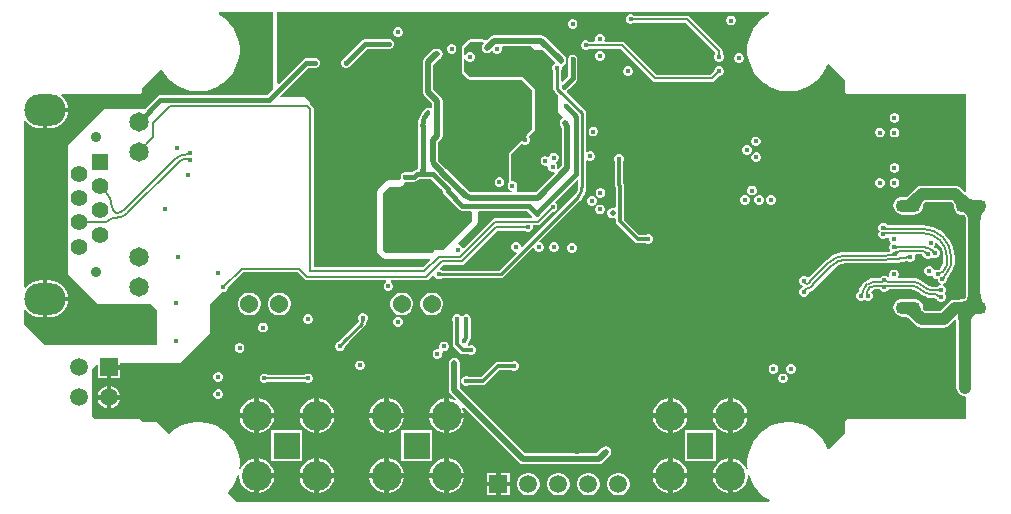
<source format=gbl>
G04*
G04 #@! TF.GenerationSoftware,Altium Limited,Altium Designer,24.4.1 (13)*
G04*
G04 Layer_Physical_Order=4*
G04 Layer_Color=16711680*
%FSLAX44Y44*%
%MOMM*%
G71*
G04*
G04 #@! TF.SameCoordinates,A723AC24-38B1-455C-9099-8EAC0CFC01AD*
G04*
G04*
G04 #@! TF.FilePolarity,Positive*
G04*
G01*
G75*
%ADD12C,0.2000*%
%ADD86C,1.5000*%
%ADD87R,1.5000X1.5000*%
%ADD94C,0.3000*%
%ADD95C,0.2326*%
%ADD96C,0.4000*%
%ADD97C,0.2030*%
%ADD98C,0.1945*%
%ADD99C,0.1856*%
%ADD102C,0.5000*%
%ADD104C,1.0000*%
%ADD106C,0.9000*%
%ADD107O,3.5000X2.7000*%
%ADD108C,1.6500*%
%ADD109C,1.4000*%
%ADD110R,1.4000X1.4000*%
%ADD111C,1.5400*%
%ADD112C,2.5500*%
%ADD113R,2.2500X2.2500*%
%ADD114O,2.6000X1.1000*%
%ADD115O,2.1000X1.1000*%
%ADD116C,0.4200*%
%ADD117C,0.5000*%
G36*
X791896Y790827D02*
X791314Y790244D01*
X790319Y788756D01*
X789970Y787000D01*
X790319Y785244D01*
X791314Y783756D01*
X792802Y782761D01*
X794558Y782412D01*
X796314Y782761D01*
X797802Y783756D01*
X798189Y784142D01*
X799434Y783894D01*
X799524Y783678D01*
X800678Y782524D01*
X802185Y781900D01*
X803816D01*
X805322Y782524D01*
X806476Y783678D01*
X807100Y785184D01*
Y786815D01*
X806965Y787142D01*
X807813Y788412D01*
X831588D01*
X835000Y785000D01*
X842011D01*
X852019Y774992D01*
X851721Y773494D01*
X851677Y773476D01*
X850524Y772322D01*
X849900Y770816D01*
Y769184D01*
X850524Y767678D01*
X850775Y767427D01*
Y752000D01*
X851021Y750766D01*
X851720Y749720D01*
X853230Y748209D01*
X853266Y748185D01*
X853291Y748150D01*
X855000Y746529D01*
Y732000D01*
X858604Y728396D01*
X858300Y726904D01*
X857314Y726244D01*
X856319Y724756D01*
X855970Y723000D01*
X856319Y721244D01*
X857314Y719756D01*
X857912Y719158D01*
Y686842D01*
X854924Y683854D01*
X853847Y684574D01*
X854100Y685184D01*
Y686815D01*
X853476Y688322D01*
X852846Y688952D01*
X853090Y690428D01*
X853322Y690524D01*
X854476Y691677D01*
X855100Y693184D01*
Y694816D01*
X854476Y696322D01*
X853322Y697476D01*
X851815Y698100D01*
X850184D01*
X848678Y697476D01*
X847524Y696322D01*
X847144Y695405D01*
X846612Y694803D01*
X845630Y694763D01*
X844816Y695100D01*
X843184D01*
X841677Y694476D01*
X840524Y693322D01*
X839900Y691815D01*
Y690184D01*
X840524Y688678D01*
X841677Y687524D01*
X843184Y686900D01*
X844727D01*
X844824Y686893D01*
X845900Y685975D01*
Y685184D01*
X846524Y683678D01*
X847678Y682524D01*
X849184Y681900D01*
X850816D01*
X851426Y682153D01*
X852146Y681076D01*
X835658Y664588D01*
X820000D01*
Y667000D01*
X819399Y667601D01*
X819476Y667678D01*
X820100Y669184D01*
Y670816D01*
X819476Y672322D01*
X818322Y673476D01*
X816815Y674100D01*
X815184D01*
X815000Y674223D01*
Y697000D01*
X823880Y705880D01*
X824236Y705524D01*
X825742Y704900D01*
X827374D01*
X828880Y705524D01*
X830034Y706678D01*
X830658Y708185D01*
Y709816D01*
X830034Y711322D01*
X829678Y711678D01*
X835000Y717000D01*
Y752000D01*
X825000Y762000D01*
X780000D01*
X775000Y767000D01*
Y777038D01*
X776270Y777291D01*
X776524Y776677D01*
X777678Y775524D01*
X779184Y774900D01*
X780816D01*
X782322Y775524D01*
X783476Y776677D01*
X784100Y778184D01*
Y779816D01*
X783476Y781322D01*
X782322Y782476D01*
X780816Y783100D01*
X779184D01*
X777678Y782476D01*
X776524Y781322D01*
X776270Y780709D01*
X775000Y780962D01*
Y787000D01*
X780000Y792000D01*
X780000D01*
X780000Y792000D01*
X780000Y792000D01*
X791410D01*
X791896Y790827D01*
D02*
G37*
G36*
X613000Y751268D02*
X608311Y746578D01*
X517800D01*
X517800Y746578D01*
X516239Y746268D01*
X514916Y745384D01*
X514916Y745384D01*
X504532Y735000D01*
X470000D01*
X440000Y705000D01*
Y595000D01*
X465000Y570000D01*
X510000D01*
X515000Y565000D01*
Y535000D01*
X420000D01*
X402549Y552451D01*
Y564499D01*
X403819Y564954D01*
X405187Y563287D01*
X407547Y561350D01*
X410240Y559911D01*
X413162Y559024D01*
X416200Y558725D01*
X418200D01*
Y574300D01*
Y589875D01*
X416200D01*
X413162Y589576D01*
X410240Y588689D01*
X407547Y587250D01*
X405187Y585313D01*
X403819Y583646D01*
X402549Y584101D01*
Y724499D01*
X403819Y724954D01*
X405187Y723287D01*
X407547Y721350D01*
X410240Y719911D01*
X413162Y719024D01*
X416200Y718725D01*
X418200D01*
Y734300D01*
X420200D01*
Y736300D01*
X439578D01*
X439476Y737338D01*
X438589Y740260D01*
X437150Y742953D01*
X435213Y745313D01*
X434156Y746181D01*
X434610Y747451D01*
X500000D01*
X500975Y747645D01*
X501802Y748198D01*
X502355Y749025D01*
X502549Y750000D01*
Y752549D01*
X518150Y768150D01*
X519409Y767984D01*
X520835Y765513D01*
X523629Y761873D01*
X526873Y758629D01*
X530513Y755836D01*
X534486Y753542D01*
X538725Y751786D01*
X543157Y750599D01*
X547706Y750000D01*
X550000Y750000D01*
X552294Y750000D01*
X556842Y750598D01*
X561274Y751786D01*
X565513Y753541D01*
X569487Y755835D01*
X573127Y758629D01*
X576371Y761873D01*
X579164Y765513D01*
X581458Y769486D01*
X583214Y773725D01*
X584401Y778157D01*
X585000Y782706D01*
X585000Y785000D01*
X585000Y787294D01*
X584401Y791843D01*
X583214Y796274D01*
X581458Y800513D01*
X579164Y804487D01*
X576371Y808127D01*
X573126Y811371D01*
X569486Y814164D01*
X567426Y815353D01*
X567218Y816747D01*
X567857Y817451D01*
X613000D01*
Y751268D01*
D02*
G37*
G36*
X1034007Y816181D02*
X1030513Y814164D01*
X1026873Y811370D01*
X1023629Y808126D01*
X1020836Y804486D01*
X1018542Y800513D01*
X1016786Y796274D01*
X1015599Y791843D01*
X1015000Y787294D01*
Y785000D01*
X1015000Y782706D01*
X1015598Y778157D01*
X1016786Y773725D01*
X1018541Y769486D01*
X1020835Y765513D01*
X1023628Y761873D01*
X1026873Y758629D01*
X1030513Y755836D01*
X1034486Y753542D01*
X1038725Y751786D01*
X1043157Y750599D01*
X1047706Y750000D01*
X1050000Y750000D01*
X1052294Y750000D01*
X1056842Y750598D01*
X1061274Y751786D01*
X1065513Y753541D01*
X1069487Y755835D01*
X1073127Y758629D01*
X1076371Y761873D01*
X1079164Y765513D01*
X1081458Y769486D01*
X1082706Y772498D01*
X1084204Y772796D01*
X1097451Y759549D01*
Y750000D01*
X1097645Y749025D01*
X1098198Y748198D01*
X1099025Y747645D01*
X1100000Y747451D01*
X1200000D01*
Y665386D01*
X1198827Y664900D01*
X1195734Y667992D01*
X1194272Y669115D01*
X1192569Y669820D01*
X1190742Y670060D01*
X1162458D01*
X1160630Y669820D01*
X1158928Y669115D01*
X1157465Y667992D01*
X1151299Y661826D01*
X1151056Y661509D01*
X1150332Y660967D01*
X1150021Y660765D01*
X1146100D01*
X1144142Y660507D01*
X1142318Y659751D01*
X1140751Y658549D01*
X1139549Y656982D01*
X1138793Y655158D01*
X1138535Y653200D01*
X1138793Y651242D01*
X1139549Y649418D01*
X1140751Y647851D01*
X1142318Y646649D01*
X1144142Y645893D01*
X1146100Y645635D01*
X1156100D01*
X1158058Y645893D01*
X1159882Y646649D01*
X1161449Y647851D01*
X1162651Y649418D01*
X1163407Y651242D01*
X1163665Y653200D01*
X1163550Y654067D01*
X1163599Y654157D01*
X1165382Y655940D01*
X1187818D01*
X1189495Y654262D01*
X1189589Y654113D01*
X1189663Y653970D01*
X1189535Y653000D01*
X1189793Y651042D01*
X1190549Y649218D01*
X1191751Y647651D01*
X1193318Y646449D01*
X1195142Y645693D01*
X1197100Y645435D01*
X1198607D01*
X1198908Y645121D01*
X1199296Y644489D01*
X1199657Y643597D01*
X1199940Y642520D01*
Y577080D01*
X1199657Y576003D01*
X1199296Y575111D01*
X1198909Y574479D01*
X1198607Y574165D01*
X1197100D01*
X1195142Y573907D01*
X1194085Y573469D01*
X1190409D01*
X1188581Y573228D01*
X1186879Y572523D01*
X1185416Y571401D01*
X1178075Y564060D01*
X1165382D01*
X1163599Y565843D01*
X1163550Y565933D01*
X1163665Y566800D01*
X1163407Y568758D01*
X1162651Y570582D01*
X1161449Y572149D01*
X1159882Y573351D01*
X1158058Y574107D01*
X1156100Y574365D01*
X1146100D01*
X1144142Y574107D01*
X1142318Y573351D01*
X1140751Y572149D01*
X1139549Y570582D01*
X1138793Y568758D01*
X1138535Y566800D01*
X1138793Y564842D01*
X1139549Y563018D01*
X1140751Y561451D01*
X1142318Y560249D01*
X1144142Y559493D01*
X1146100Y559235D01*
X1150021D01*
X1150280Y559067D01*
X1151311Y558162D01*
X1157465Y552008D01*
X1158928Y550886D01*
X1160630Y550180D01*
X1162458Y549940D01*
X1181000D01*
X1182827Y550180D01*
X1184530Y550886D01*
X1185992Y552008D01*
X1190766Y556781D01*
X1191940Y556295D01*
Y551000D01*
Y520000D01*
Y499000D01*
X1192180Y497173D01*
X1192886Y495470D01*
X1194007Y494007D01*
X1195470Y492886D01*
X1197173Y492180D01*
X1199000Y491940D01*
X1199045Y491945D01*
X1200000Y491108D01*
Y472549D01*
X1100000D01*
X1099025Y472355D01*
X1098198Y471802D01*
X1097645Y470975D01*
X1097451Y470000D01*
Y460451D01*
X1084203Y447203D01*
X1082705Y447501D01*
X1081458Y450513D01*
X1079164Y454487D01*
X1076371Y458127D01*
X1073126Y461371D01*
X1069486Y464164D01*
X1065513Y466458D01*
X1061274Y468214D01*
X1056842Y469401D01*
X1052293Y470000D01*
X1049999Y470000D01*
X1047705D01*
X1043157Y469401D01*
X1038725Y468213D01*
X1034486Y466458D01*
X1030513Y464164D01*
X1026873Y461371D01*
X1023629Y458126D01*
X1020836Y454486D01*
X1018542Y450513D01*
X1016786Y446274D01*
X1015599Y441843D01*
X1015000Y437294D01*
Y435000D01*
X1015000Y432706D01*
X1015287Y430522D01*
X1014050Y430190D01*
X1013471Y431587D01*
X1011857Y434003D01*
X1009803Y436057D01*
X1007387Y437671D01*
X1004702Y438783D01*
X1002400Y439241D01*
Y424600D01*
Y409959D01*
X1004702Y410417D01*
X1007387Y411529D01*
X1009803Y413143D01*
X1011857Y415197D01*
X1013471Y417613D01*
X1014583Y420298D01*
X1015150Y423147D01*
Y424923D01*
X1016420Y425090D01*
X1016786Y423725D01*
X1018541Y419486D01*
X1020835Y415513D01*
X1023628Y411873D01*
X1026873Y408629D01*
X1030513Y405836D01*
X1034006Y403819D01*
X1033666Y402549D01*
X582451Y402549D01*
X574749Y410251D01*
X576371Y411873D01*
X579164Y415513D01*
X581458Y419486D01*
X583214Y423725D01*
X583580Y425092D01*
X584850Y424925D01*
Y423147D01*
X585417Y420298D01*
X586529Y417613D01*
X588143Y415197D01*
X590197Y413143D01*
X592613Y411529D01*
X595298Y410417D01*
X597600Y409959D01*
Y424600D01*
Y439241D01*
X595298Y438783D01*
X592613Y437671D01*
X590197Y436057D01*
X588143Y434003D01*
X586529Y431587D01*
X585949Y430188D01*
X584712Y430520D01*
X585000Y432706D01*
X585000Y435000D01*
X585000Y437294D01*
X584401Y441843D01*
X583214Y446274D01*
X581458Y450513D01*
X579164Y454487D01*
X576371Y458127D01*
X573126Y461371D01*
X569486Y464164D01*
X565513Y466458D01*
X561274Y468214D01*
X556842Y469401D01*
X552294Y470000D01*
X550000Y470000D01*
X547705D01*
X543157Y469401D01*
X538725Y468213D01*
X534486Y466458D01*
X530513Y464164D01*
X526873Y461371D01*
X525251Y459749D01*
X520000Y465000D01*
X515000Y470000D01*
X502549Y470000D01*
X502355Y470975D01*
X501802Y471802D01*
X500975Y472355D01*
X500000Y472549D01*
X462451D01*
X460000Y475000D01*
Y515000D01*
X463727Y518727D01*
X464900Y518241D01*
Y506900D01*
X472400D01*
Y516400D01*
X474400D01*
Y518400D01*
X483900D01*
Y520000D01*
X535000D01*
X560000Y545000D01*
Y570000D01*
X569983Y579983D01*
X570185Y579900D01*
X571815D01*
X573322Y580524D01*
X574476Y581678D01*
X575100Y583185D01*
Y583774D01*
X588267Y596941D01*
X634233D01*
X640337Y590837D01*
X641329Y590174D01*
X642500Y589941D01*
X708897D01*
X709149Y588671D01*
X708678Y588476D01*
X707524Y587322D01*
X706900Y585816D01*
Y584184D01*
X707524Y582677D01*
X708678Y581524D01*
X710184Y580900D01*
X711815D01*
X713322Y581524D01*
X714476Y582677D01*
X715100Y584184D01*
Y585816D01*
X714476Y587322D01*
X713322Y588476D01*
X712851Y588671D01*
X713103Y589941D01*
X743000D01*
X743000Y589941D01*
X744171Y590174D01*
X745163Y590837D01*
X748727Y594401D01*
X750019Y593897D01*
X750524Y592678D01*
X751677Y591524D01*
X753184Y590900D01*
X754816D01*
X756322Y591524D01*
X756573Y591775D01*
X806000D01*
X807234Y592021D01*
X808280Y592720D01*
X833279Y617719D01*
X834549Y617192D01*
Y617184D01*
X835173Y615678D01*
X836327Y614524D01*
X837834Y613900D01*
X839465D01*
X840972Y614524D01*
X842125Y615678D01*
X842749Y617184D01*
Y618816D01*
X842125Y620322D01*
X840972Y621476D01*
X839465Y622100D01*
X839457D01*
X838931Y623370D01*
X872846Y657286D01*
X873749Y658172D01*
X873751Y658174D01*
X874527Y659120D01*
X875656Y660495D01*
X877071Y663142D01*
X877942Y666015D01*
X878117Y667784D01*
X878237Y669002D01*
X878236Y669010D01*
X878225Y670275D01*
Y691181D01*
X879495Y691707D01*
X879678Y691524D01*
X881184Y690900D01*
X882815D01*
X884322Y691524D01*
X885476Y692678D01*
X886100Y694184D01*
Y695816D01*
X885476Y697322D01*
X884322Y698476D01*
X882815Y699100D01*
X881184D01*
X879678Y698476D01*
X879495Y698293D01*
X878225Y698819D01*
Y732000D01*
X878216Y732042D01*
X878224Y732085D01*
X878094Y732658D01*
X877979Y733234D01*
X877955Y733270D01*
X877946Y733312D01*
X877607Y733792D01*
X877280Y734280D01*
X877244Y734304D01*
X877219Y734340D01*
X861663Y749098D01*
X861894Y750347D01*
X862322Y750524D01*
X863476Y751677D01*
X863497Y751730D01*
X869884Y758116D01*
X870768Y759439D01*
X871078Y761000D01*
Y776132D01*
X871100Y776184D01*
Y777815D01*
X870476Y779322D01*
X869322Y780476D01*
X867815Y781100D01*
X866184D01*
X864678Y780476D01*
X863524Y779322D01*
X862900Y777815D01*
Y776184D01*
X862922Y776132D01*
Y762689D01*
X858495Y758262D01*
X857225Y758789D01*
Y767427D01*
X857476Y767678D01*
X858100Y769184D01*
Y770816D01*
X858587Y771728D01*
X858756Y771761D01*
X860244Y772756D01*
X861239Y774244D01*
X861588Y776000D01*
Y776500D01*
X861239Y778256D01*
X860244Y779744D01*
X843744Y796244D01*
X842256Y797239D01*
X840500Y797588D01*
X800558D01*
X798802Y797239D01*
X797314Y796244D01*
X794384Y793315D01*
X792852Y793442D01*
X792190Y793884D01*
X791410Y794039D01*
X780000D01*
X779220Y793884D01*
X778558Y793442D01*
X778558Y793442D01*
X773558Y788442D01*
X773116Y787780D01*
X772961Y787000D01*
Y780962D01*
X773000Y780764D01*
Y780564D01*
X773077Y780378D01*
X773116Y780181D01*
X773228Y780014D01*
X773304Y779829D01*
X773423Y779597D01*
X773495Y779000D01*
X773423Y778402D01*
X773305Y778171D01*
X773228Y777986D01*
X773116Y777819D01*
X773077Y777622D01*
X773000Y777436D01*
Y777235D01*
X772961Y777038D01*
Y767000D01*
X772961Y767000D01*
X773116Y766220D01*
X773558Y765558D01*
X778558Y760558D01*
X779220Y760116D01*
X780000Y759961D01*
X824155D01*
X832961Y751155D01*
Y717845D01*
X828236Y713120D01*
X827794Y712458D01*
X827639Y711678D01*
X827794Y710898D01*
X828236Y710236D01*
X828236Y710236D01*
X828305Y710167D01*
X828619Y709410D01*
Y708590D01*
X828305Y707833D01*
X827725Y707253D01*
X826968Y706939D01*
X826148D01*
X825391Y707253D01*
X825322Y707322D01*
X824660Y707764D01*
X823880Y707919D01*
X823100Y707764D01*
X822438Y707322D01*
X822438Y707322D01*
X813558Y698442D01*
X813116Y697780D01*
X812961Y697000D01*
Y674223D01*
X813000Y674026D01*
Y673825D01*
X813077Y673640D01*
X813116Y673443D01*
X813228Y673276D01*
X813301Y673099D01*
X812524Y672322D01*
X811900Y670816D01*
Y669184D01*
X812524Y667678D01*
X813678Y666524D01*
X815184Y665900D01*
X815539D01*
X816444Y664630D01*
X816429Y664588D01*
X781412D01*
X780144Y664596D01*
X779865Y664712D01*
Y664712D01*
X779849Y664712D01*
X759498Y684445D01*
X759498Y684451D01*
X759498Y684451D01*
X759411Y684557D01*
X759400Y684546D01*
X754137Y690340D01*
X753298Y691286D01*
X753188Y691553D01*
X753180Y692820D01*
Y706743D01*
X755802Y709366D01*
X756797Y710855D01*
X757146Y712610D01*
Y742000D01*
X756797Y743756D01*
X755802Y745244D01*
X749146Y751900D01*
Y772599D01*
X753682Y777135D01*
X754314Y777261D01*
X755802Y778256D01*
X756797Y779744D01*
X757146Y781500D01*
X756797Y783256D01*
X755802Y784744D01*
X754314Y785739D01*
X752558Y786088D01*
X751558D01*
X749802Y785739D01*
X748314Y784744D01*
X741314Y777744D01*
X740319Y776256D01*
X739970Y774500D01*
X740069Y774000D01*
X739970Y773500D01*
Y750000D01*
X740319Y748244D01*
X741314Y746756D01*
X747970Y740099D01*
Y736046D01*
X746700Y735551D01*
X745374Y736100D01*
X743743D01*
X742236Y735476D01*
X741082Y734323D01*
X740970Y734051D01*
X739218Y731917D01*
X737402Y728518D01*
X736283Y724831D01*
X735905Y720996D01*
X735922D01*
Y712734D01*
X735922Y685236D01*
X735542Y684078D01*
X733981Y683768D01*
X732658Y682884D01*
X731391Y681617D01*
X725480D01*
X725480Y681617D01*
X725396Y681600D01*
X724626D01*
X723120Y680976D01*
X721966Y679822D01*
X721342Y678316D01*
Y676684D01*
X721522Y676250D01*
X721522Y676233D01*
X720710Y674892D01*
X720525Y674855D01*
X720067Y674549D01*
X711000D01*
X710025Y674355D01*
X709198Y673802D01*
X702198Y666802D01*
X701645Y665975D01*
X701451Y665000D01*
Y633000D01*
Y615000D01*
X701645Y614025D01*
X702198Y613198D01*
X706198Y609198D01*
X707025Y608645D01*
X708000Y608451D01*
X745961D01*
X746447Y607278D01*
X740228Y601059D01*
X648059D01*
Y735000D01*
X648059Y735000D01*
X647826Y736171D01*
X647163Y737163D01*
X645000Y739326D01*
Y740000D01*
X640000Y745000D01*
X620064D01*
X619211Y745943D01*
X643189Y769922D01*
X648132D01*
X648185Y769900D01*
X649816D01*
X651322Y770524D01*
X652476Y771678D01*
X653100Y773185D01*
Y774816D01*
X652476Y776322D01*
X651322Y777476D01*
X649816Y778100D01*
X648185D01*
X648132Y778078D01*
X641500D01*
X639939Y777768D01*
X638616Y776884D01*
X638616Y776884D01*
X618173Y756441D01*
X617000Y756927D01*
Y817451D01*
X1033667Y817451D01*
X1034007Y816181D01*
D02*
G37*
G36*
X757132Y666021D02*
Y665290D01*
X757131Y665290D01*
X757442Y663729D01*
X758326Y662406D01*
X770616Y650116D01*
X771939Y649232D01*
X773500Y648922D01*
X773500Y648922D01*
X780532D01*
X781481Y647652D01*
X781451Y647500D01*
Y640056D01*
X756944Y615549D01*
X751000D01*
X750025Y615355D01*
X749198Y614802D01*
X747944Y613549D01*
X709056D01*
X706549Y616056D01*
Y633000D01*
Y663944D01*
X712056Y669451D01*
X721000D01*
X721975Y669645D01*
X722802Y670198D01*
X723302Y670698D01*
X723855Y671525D01*
X724006Y672282D01*
X724190Y672613D01*
X725165Y673400D01*
X726257D01*
X726402Y673460D01*
X733080D01*
X733080Y673460D01*
X734641Y673770D01*
X735964Y674654D01*
X737231Y675922D01*
X738446D01*
X738446Y675922D01*
X738446Y675922D01*
X747230D01*
X757132Y666021D01*
D02*
G37*
G36*
X1165993Y659464D02*
X1165122Y658575D01*
X1163087Y656256D01*
X1162601Y655600D01*
X1162212Y655003D01*
X1161918Y654464D01*
X1161721Y653984D01*
X1161621Y653563D01*
X1161617Y653200D01*
X1148963Y658686D01*
X1149328Y658650D01*
X1149833Y658796D01*
X1150478Y659125D01*
X1151263Y659636D01*
X1152189Y660330D01*
X1154461Y662264D01*
X1158922Y666535D01*
X1165993Y659464D01*
D02*
G37*
G36*
X1195958Y664879D02*
X1202239Y659436D01*
X1203071Y658915D01*
X1203762Y658583D01*
X1204311Y658440D01*
X1204720Y658486D01*
X1191583Y653000D01*
X1191583Y653397D01*
X1191486Y653849D01*
X1191291Y654357D01*
X1191000Y654920D01*
X1190611Y655538D01*
X1190124Y656213D01*
X1188860Y657728D01*
X1187207Y659464D01*
X1194278Y666535D01*
X1195958Y664879D01*
D02*
G37*
G36*
X808920Y648922D02*
X828182D01*
X832839Y644265D01*
X832978Y643929D01*
X832442Y642659D01*
X801650D01*
X800480Y642426D01*
X799487Y641763D01*
X799487Y641763D01*
X775201Y617476D01*
X773703Y617774D01*
X773476Y618322D01*
X772322Y619476D01*
X770816Y620100D01*
X770501D01*
X769975Y621370D01*
X785802Y637198D01*
X786355Y638025D01*
X786549Y639000D01*
Y647500D01*
X786519Y647652D01*
X787468Y648922D01*
X804080D01*
X804081Y648922D01*
X804583Y649022D01*
X808417D01*
X808920Y648922D01*
D02*
G37*
G36*
X1215241Y648430D02*
X1214561Y647652D01*
X1213960Y646764D01*
X1213440Y645767D01*
X1213000Y644660D01*
X1212640Y643444D01*
X1212360Y642118D01*
X1212160Y640683D01*
X1212040Y639138D01*
X1212000Y637483D01*
X1202000D01*
X1201950Y639466D01*
X1201800Y641231D01*
X1201550Y642779D01*
X1201201Y644109D01*
X1200751Y645223D01*
X1200201Y646118D01*
X1199552Y646796D01*
X1198802Y647257D01*
X1197953Y647501D01*
X1197004Y647527D01*
X1216001Y649099D01*
X1215241Y648430D01*
D02*
G37*
G36*
X871775Y674790D02*
Y669008D01*
X871775Y669008D01*
X871775Y669007D01*
X871627Y667798D01*
X871484Y666709D01*
X870599Y664571D01*
X869209Y662760D01*
X869181Y662741D01*
X824312Y617873D01*
X823042Y618399D01*
Y619315D01*
X822418Y620822D01*
X821264Y621976D01*
X819758Y622600D01*
X818126D01*
X816619Y621976D01*
X815466Y620822D01*
X814842Y619315D01*
Y617684D01*
X815466Y616177D01*
X816619Y615024D01*
X818126Y614400D01*
X819043D01*
X819569Y613130D01*
X804664Y598225D01*
X756573D01*
X756322Y598476D01*
X755103Y598981D01*
X754599Y600273D01*
X757267Y602941D01*
X773000D01*
X773000Y602941D01*
X774171Y603174D01*
X775163Y603837D01*
X803267Y631941D01*
X826261D01*
X826678Y631524D01*
X828185Y630900D01*
X829816D01*
X831322Y631524D01*
X832476Y632678D01*
X833100Y634184D01*
Y635816D01*
X833585Y636541D01*
X837600D01*
X837600Y636541D01*
X838771Y636774D01*
X839763Y637437D01*
X850226Y647900D01*
X850816D01*
X852322Y648524D01*
X853476Y649678D01*
X854100Y651184D01*
Y652815D01*
X853476Y654322D01*
X852322Y655476D01*
X852303Y655484D01*
X852055Y656730D01*
X870602Y675276D01*
X871775Y674790D01*
D02*
G37*
G36*
X1212040Y580462D02*
X1212160Y578917D01*
X1212360Y577482D01*
X1212640Y576156D01*
X1213000Y574940D01*
X1213440Y573833D01*
X1213960Y572836D01*
X1214561Y571948D01*
X1215241Y571170D01*
X1216001Y570501D01*
X1197004Y572073D01*
X1197953Y572099D01*
X1198802Y572343D01*
X1199552Y572803D01*
X1200201Y573482D01*
X1200751Y574377D01*
X1201201Y575490D01*
X1201550Y576821D01*
X1201800Y578369D01*
X1201950Y580134D01*
X1202000Y582117D01*
X1212000D01*
X1212040Y580462D01*
D02*
G37*
G36*
X1209000Y561114D02*
X1208050Y561161D01*
X1207200Y560974D01*
X1206450Y560555D01*
X1205800Y559901D01*
X1205250Y559015D01*
X1204800Y557895D01*
X1204450Y556542D01*
X1204200Y554956D01*
X1204050Y553136D01*
X1204000Y551083D01*
X1194000Y552085D01*
X1193983Y553925D01*
X1193581Y559809D01*
X1193396Y560911D01*
X1193178Y561865D01*
X1192926Y562672D01*
X1192641Y563330D01*
X1192322Y563842D01*
X1209000Y561114D01*
D02*
G37*
G36*
X1161621Y566437D02*
X1161721Y566016D01*
X1161918Y565536D01*
X1162212Y564997D01*
X1162601Y564400D01*
X1163087Y563744D01*
X1164348Y562257D01*
X1165993Y560536D01*
X1158922Y553465D01*
X1157295Y555071D01*
X1151263Y560364D01*
X1150478Y560875D01*
X1149833Y561204D01*
X1149328Y561350D01*
X1148963Y561314D01*
X1161617Y566800D01*
X1161621Y566437D01*
D02*
G37*
%LPC*%
G36*
X439578Y732300D02*
X422200D01*
Y718725D01*
X424200D01*
X427239Y719024D01*
X430160Y719911D01*
X432853Y721350D01*
X435213Y723287D01*
X437150Y725647D01*
X438589Y728340D01*
X439476Y731262D01*
X439578Y732300D01*
D02*
G37*
G36*
X424200Y589875D02*
X422200D01*
Y576300D01*
X439578D01*
X439476Y577338D01*
X438589Y580260D01*
X437150Y582953D01*
X435213Y585313D01*
X432853Y587250D01*
X430160Y588689D01*
X427239Y589576D01*
X424200Y589875D01*
D02*
G37*
G36*
X439578Y572300D02*
X422200D01*
Y558725D01*
X424200D01*
X427239Y559024D01*
X430160Y559911D01*
X432853Y561350D01*
X435213Y563287D01*
X437150Y565647D01*
X438589Y568340D01*
X439476Y571261D01*
X439578Y572300D01*
D02*
G37*
G36*
X1001815Y814100D02*
X1000184D01*
X998678Y813476D01*
X997524Y812322D01*
X996900Y810816D01*
Y809184D01*
X997524Y807678D01*
X998678Y806524D01*
X1000184Y805900D01*
X1001815D01*
X1003323Y806524D01*
X1004476Y807678D01*
X1005100Y809184D01*
Y810816D01*
X1004476Y812322D01*
X1003323Y813476D01*
X1001815Y814100D01*
D02*
G37*
G36*
X867815Y811100D02*
X866184D01*
X864678Y810476D01*
X863524Y809323D01*
X862900Y807816D01*
Y806184D01*
X863524Y804678D01*
X864678Y803524D01*
X866184Y802900D01*
X867815D01*
X869322Y803524D01*
X870476Y804678D01*
X871100Y806184D01*
Y807816D01*
X870476Y809323D01*
X869322Y810476D01*
X867815Y811100D01*
D02*
G37*
G36*
X719816Y804100D02*
X718184D01*
X716677Y803476D01*
X715524Y802322D01*
X714900Y800816D01*
Y799184D01*
X715524Y797678D01*
X716677Y796524D01*
X718184Y795900D01*
X719816D01*
X721322Y796524D01*
X722476Y797678D01*
X723100Y799184D01*
Y800816D01*
X722476Y802322D01*
X721322Y803476D01*
X719816Y804100D01*
D02*
G37*
G36*
X890816Y798350D02*
X889184D01*
X887678Y797726D01*
X886524Y796572D01*
X885900Y795066D01*
Y793435D01*
X886026Y793130D01*
X885321Y792074D01*
X880724D01*
X880322Y792476D01*
X878816Y793100D01*
X877185D01*
X875677Y792476D01*
X874524Y791322D01*
X873900Y789816D01*
Y788185D01*
X874524Y786677D01*
X875677Y785524D01*
X877185Y784900D01*
X878816D01*
X880322Y785524D01*
X880724Y785926D01*
X907727D01*
X912326Y781326D01*
X912326Y781326D01*
X934826Y758826D01*
X934826Y758826D01*
X935824Y758160D01*
X937000Y757926D01*
X937000Y757926D01*
X985000D01*
X985000Y757926D01*
X986176Y758160D01*
X987174Y758826D01*
X991247Y762900D01*
X991815D01*
X993322Y763524D01*
X994476Y764678D01*
X995100Y766184D01*
Y767815D01*
X994476Y769322D01*
X993322Y770476D01*
X991815Y771100D01*
X990184D01*
X988678Y770476D01*
X987524Y769322D01*
X986900Y767815D01*
Y767247D01*
X983727Y764074D01*
X938273D01*
X916674Y785674D01*
X916674Y785674D01*
X911174Y791174D01*
X910176Y791840D01*
X909000Y792074D01*
X909000Y792074D01*
X894679D01*
X893974Y793130D01*
X894100Y793435D01*
Y795066D01*
X893476Y796572D01*
X892322Y797726D01*
X890816Y798350D01*
D02*
G37*
G36*
X712316Y794100D02*
X710684D01*
X710632Y794078D01*
X691000D01*
X689439Y793768D01*
X688116Y792884D01*
X688116Y792884D01*
X672730Y777497D01*
X672678Y777476D01*
X671524Y776322D01*
X670900Y774816D01*
Y773185D01*
X671524Y771678D01*
X672678Y770524D01*
X674184Y769900D01*
X675816D01*
X677322Y770524D01*
X678476Y771678D01*
X678497Y771730D01*
X692689Y785922D01*
X710632D01*
X710684Y785900D01*
X712316D01*
X713822Y786524D01*
X714976Y787678D01*
X715600Y789184D01*
Y790816D01*
X714976Y792322D01*
X713822Y793476D01*
X712316Y794100D01*
D02*
G37*
G36*
X765374Y790100D02*
X763743D01*
X762236Y789476D01*
X761082Y788323D01*
X760458Y786815D01*
Y785184D01*
X761082Y783678D01*
X762236Y782524D01*
X763743Y781900D01*
X765374D01*
X766880Y782524D01*
X768034Y783678D01*
X768658Y785184D01*
Y786815D01*
X768034Y788323D01*
X766880Y789476D01*
X765374Y790100D01*
D02*
G37*
G36*
X890816Y784100D02*
X889184D01*
X887678Y783476D01*
X886524Y782322D01*
X885900Y780816D01*
Y779184D01*
X886524Y777678D01*
X887678Y776524D01*
X889184Y775900D01*
X890816D01*
X892322Y776524D01*
X893476Y777678D01*
X894100Y779184D01*
Y780816D01*
X893476Y782322D01*
X892322Y783476D01*
X890816Y784100D01*
D02*
G37*
G36*
X916815Y815100D02*
X915184D01*
X913678Y814476D01*
X912524Y813323D01*
X911900Y811815D01*
Y810184D01*
X912524Y808678D01*
X913678Y807524D01*
X915184Y806900D01*
X916815D01*
X918322Y807524D01*
X918724Y807926D01*
X962727D01*
X987781Y782872D01*
Y781579D01*
X987524Y781322D01*
X986900Y779816D01*
Y778184D01*
X987524Y776677D01*
X988678Y775524D01*
X990184Y774900D01*
X991815D01*
X993322Y775524D01*
X994476Y776677D01*
X995100Y778184D01*
Y779816D01*
X994476Y781322D01*
X993929Y781869D01*
Y784145D01*
X993929Y784145D01*
X993695Y785321D01*
X993029Y786319D01*
X993029Y786319D01*
X966174Y813174D01*
X965176Y813840D01*
X964000Y814074D01*
X964000Y814074D01*
X918724D01*
X918322Y814476D01*
X916815Y815100D01*
D02*
G37*
G36*
X1008816Y782100D02*
X1007184D01*
X1005677Y781476D01*
X1004524Y780322D01*
X1003900Y778816D01*
Y777185D01*
X1004524Y775677D01*
X1005677Y774524D01*
X1007184Y773900D01*
X1008816D01*
X1010322Y774524D01*
X1011476Y775677D01*
X1012100Y777185D01*
Y778816D01*
X1011476Y780322D01*
X1010322Y781476D01*
X1008816Y782100D01*
D02*
G37*
G36*
X914816Y771100D02*
X913185D01*
X911678Y770476D01*
X910524Y769322D01*
X909900Y767815D01*
Y766184D01*
X910524Y764678D01*
X911678Y763524D01*
X913185Y762900D01*
X914816D01*
X916322Y763524D01*
X917476Y764678D01*
X918100Y766184D01*
Y767815D01*
X917476Y769322D01*
X916322Y770476D01*
X914816Y771100D01*
D02*
G37*
G36*
X1140317Y731770D02*
X1138686D01*
X1137179Y731146D01*
X1136026Y729992D01*
X1135402Y728485D01*
Y726854D01*
X1136026Y725348D01*
X1137179Y724194D01*
X1138686Y723570D01*
X1140317D01*
X1141824Y724194D01*
X1142978Y725348D01*
X1143602Y726854D01*
Y728485D01*
X1142978Y729992D01*
X1141824Y731146D01*
X1140317Y731770D01*
D02*
G37*
G36*
X885374Y720100D02*
X883743D01*
X882236Y719476D01*
X881082Y718323D01*
X880458Y716816D01*
Y715184D01*
X881082Y713678D01*
X882236Y712524D01*
X883743Y711900D01*
X885374D01*
X886880Y712524D01*
X888034Y713678D01*
X888658Y715184D01*
Y716816D01*
X888034Y718323D01*
X886880Y719476D01*
X885374Y720100D01*
D02*
G37*
G36*
X1140317Y719270D02*
X1138686D01*
X1137179Y718646D01*
X1136026Y717492D01*
X1135402Y715985D01*
Y714354D01*
X1136026Y712848D01*
X1137179Y711694D01*
X1138686Y711070D01*
X1140317D01*
X1141824Y711694D01*
X1142978Y712848D01*
X1143602Y714354D01*
Y715985D01*
X1142978Y717492D01*
X1141824Y718646D01*
X1140317Y719270D01*
D02*
G37*
G36*
X1127817D02*
X1126186D01*
X1124679Y718646D01*
X1123526Y717492D01*
X1122902Y715985D01*
Y714354D01*
X1123526Y712848D01*
X1124679Y711694D01*
X1126186Y711070D01*
X1127817D01*
X1129324Y711694D01*
X1130478Y712848D01*
X1131102Y714354D01*
Y715985D01*
X1130478Y717492D01*
X1129324Y718646D01*
X1127817Y719270D01*
D02*
G37*
G36*
X1022817Y711770D02*
X1021186D01*
X1019679Y711146D01*
X1018526Y709992D01*
X1017902Y708485D01*
Y706854D01*
X1018526Y705348D01*
X1019679Y704194D01*
X1021186Y703570D01*
X1022817D01*
X1024324Y704194D01*
X1025478Y705348D01*
X1026102Y706854D01*
Y708485D01*
X1025478Y709992D01*
X1024324Y711146D01*
X1022817Y711770D01*
D02*
G37*
G36*
X1015317Y704270D02*
X1013686D01*
X1012179Y703646D01*
X1011026Y702492D01*
X1010402Y700985D01*
Y699354D01*
X1011026Y697848D01*
X1012179Y696694D01*
X1013686Y696070D01*
X1015317D01*
X1016824Y696694D01*
X1017978Y697848D01*
X1018602Y699354D01*
Y700985D01*
X1017978Y702492D01*
X1016824Y703646D01*
X1015317Y704270D01*
D02*
G37*
G36*
X1023317Y698270D02*
X1021686D01*
X1020179Y697646D01*
X1019026Y696492D01*
X1018402Y694986D01*
Y693354D01*
X1019026Y691848D01*
X1020179Y690694D01*
X1021686Y690070D01*
X1023317D01*
X1024824Y690694D01*
X1025978Y691848D01*
X1026602Y693354D01*
Y694986D01*
X1025978Y696492D01*
X1024824Y697646D01*
X1023317Y698270D01*
D02*
G37*
G36*
X1140317Y689270D02*
X1138686D01*
X1137179Y688646D01*
X1136026Y687492D01*
X1135402Y685985D01*
Y684354D01*
X1136026Y682848D01*
X1137179Y681694D01*
X1138686Y681070D01*
X1140317D01*
X1141824Y681694D01*
X1142978Y682848D01*
X1143602Y684354D01*
Y685985D01*
X1142978Y687492D01*
X1141824Y688646D01*
X1140317Y689270D01*
D02*
G37*
G36*
X805816Y677100D02*
X804184D01*
X802678Y676476D01*
X801524Y675322D01*
X800900Y673816D01*
Y672185D01*
X801524Y670678D01*
X802678Y669524D01*
X804184Y668900D01*
X805816D01*
X807322Y669524D01*
X808476Y670678D01*
X809100Y672185D01*
Y673816D01*
X808476Y675322D01*
X807322Y676476D01*
X805816Y677100D01*
D02*
G37*
G36*
X1140317Y676770D02*
X1138686D01*
X1137179Y676146D01*
X1136026Y674992D01*
X1135402Y673485D01*
Y671854D01*
X1136026Y670348D01*
X1137179Y669194D01*
X1138686Y668570D01*
X1140317D01*
X1141824Y669194D01*
X1142978Y670348D01*
X1143602Y671854D01*
Y673485D01*
X1142978Y674992D01*
X1141824Y676146D01*
X1140317Y676770D01*
D02*
G37*
G36*
X1127817D02*
X1126186D01*
X1124679Y676146D01*
X1123526Y674992D01*
X1122902Y673485D01*
Y671854D01*
X1123526Y670348D01*
X1124679Y669194D01*
X1126186Y668570D01*
X1127817D01*
X1129324Y669194D01*
X1130478Y670348D01*
X1131102Y671854D01*
Y673485D01*
X1130478Y674992D01*
X1129324Y676146D01*
X1127817Y676770D01*
D02*
G37*
G36*
X1019816Y670100D02*
X1018185D01*
X1016677Y669476D01*
X1015524Y668322D01*
X1014900Y666815D01*
Y665184D01*
X1015524Y663678D01*
X1016677Y662524D01*
X1018185Y661900D01*
X1019816D01*
X1021322Y662524D01*
X1022476Y663678D01*
X1023100Y665184D01*
Y666815D01*
X1022476Y668322D01*
X1021322Y669476D01*
X1019816Y670100D01*
D02*
G37*
G36*
X891374Y668100D02*
X889743D01*
X888236Y667476D01*
X887082Y666322D01*
X886458Y664816D01*
Y663185D01*
X887082Y661678D01*
X888236Y660524D01*
X889743Y659900D01*
X891374D01*
X892880Y660524D01*
X894034Y661678D01*
X894658Y663185D01*
Y664816D01*
X894034Y666322D01*
X892880Y667476D01*
X891374Y668100D01*
D02*
G37*
G36*
X1025816Y662100D02*
X1024184D01*
X1022678Y661476D01*
X1021524Y660322D01*
X1020900Y658816D01*
Y657185D01*
X1021524Y655678D01*
X1022678Y654524D01*
X1024184Y653900D01*
X1025816D01*
X1027322Y654524D01*
X1028476Y655678D01*
X1029100Y657185D01*
Y658816D01*
X1028476Y660322D01*
X1027322Y661476D01*
X1025816Y662100D01*
D02*
G37*
G36*
X1013816D02*
X1012185D01*
X1010678Y661476D01*
X1009524Y660322D01*
X1008900Y658816D01*
Y657185D01*
X1009524Y655678D01*
X1010678Y654524D01*
X1012185Y653900D01*
X1013816D01*
X1015322Y654524D01*
X1016476Y655678D01*
X1017100Y657185D01*
Y658816D01*
X1016476Y660322D01*
X1015322Y661476D01*
X1013816Y662100D01*
D02*
G37*
G36*
X1035907Y662077D02*
X1034276D01*
X1032769Y661452D01*
X1031616Y660299D01*
X1030992Y658792D01*
Y657161D01*
X1031616Y655654D01*
X1032769Y654501D01*
X1034276Y653877D01*
X1035907D01*
X1037414Y654501D01*
X1038568Y655654D01*
X1039192Y657161D01*
Y658792D01*
X1038568Y660299D01*
X1037414Y661452D01*
X1035907Y662077D01*
D02*
G37*
G36*
X884374Y661100D02*
X882742D01*
X881236Y660476D01*
X880082Y659323D01*
X879458Y657815D01*
Y656184D01*
X880082Y654678D01*
X881236Y653524D01*
X882742Y652900D01*
X884374D01*
X885881Y653524D01*
X887034Y654678D01*
X887658Y656184D01*
Y657815D01*
X887034Y659323D01*
X885881Y660476D01*
X884374Y661100D01*
D02*
G37*
G36*
X907258Y697100D02*
X905626D01*
X904119Y696476D01*
X902966Y695322D01*
X902342Y693816D01*
Y692185D01*
X902873Y690902D01*
Y670836D01*
X903145Y669471D01*
X903431Y669042D01*
Y652007D01*
X902375Y651301D01*
X901895Y651500D01*
X900105D01*
X898451Y650815D01*
X897185Y649549D01*
X896500Y647895D01*
Y646105D01*
X897185Y644451D01*
X898451Y643185D01*
X900105Y642500D01*
X901895D01*
X902375Y642699D01*
X903431Y641993D01*
Y640000D01*
X903703Y638634D01*
X904477Y637477D01*
X919477Y622477D01*
X920634Y621703D01*
X922000Y621431D01*
X928902D01*
X930184Y620900D01*
X931815D01*
X933322Y621524D01*
X934476Y622677D01*
X935100Y624184D01*
Y625816D01*
X934476Y627322D01*
X933322Y628476D01*
X931815Y629100D01*
X930184D01*
X928902Y628569D01*
X923478D01*
X910569Y641478D01*
Y670278D01*
X910297Y671644D01*
X910011Y672073D01*
Y690902D01*
X910542Y692185D01*
Y693816D01*
X909918Y695322D01*
X908764Y696476D01*
X907258Y697100D01*
D02*
G37*
G36*
X890816Y654100D02*
X889184D01*
X887678Y653476D01*
X886524Y652322D01*
X885900Y650816D01*
Y649184D01*
X886524Y647678D01*
X887678Y646524D01*
X889184Y645900D01*
X890816D01*
X892322Y646524D01*
X893476Y647678D01*
X894100Y649184D01*
Y650816D01*
X893476Y652322D01*
X892322Y653476D01*
X890816Y654100D01*
D02*
G37*
G36*
X851965Y622100D02*
X850334D01*
X848827Y621476D01*
X847673Y620322D01*
X847049Y618816D01*
Y617184D01*
X847673Y615678D01*
X848827Y614524D01*
X850334Y613900D01*
X851965D01*
X853472Y614524D01*
X854625Y615678D01*
X855249Y617184D01*
Y618816D01*
X854625Y620322D01*
X853472Y621476D01*
X851965Y622100D01*
D02*
G37*
G36*
X867316Y621600D02*
X865685D01*
X864178Y620976D01*
X863024Y619823D01*
X862400Y618316D01*
Y616684D01*
X863024Y615178D01*
X864178Y614024D01*
X865685Y613400D01*
X867316D01*
X868822Y614024D01*
X869976Y615178D01*
X870600Y616684D01*
Y618316D01*
X869976Y619823D01*
X868822Y620976D01*
X867316Y621600D01*
D02*
G37*
G36*
X1130816Y638800D02*
X1129184D01*
X1127678Y638176D01*
X1126524Y637022D01*
X1125900Y635516D01*
Y633885D01*
X1126524Y632378D01*
X1127052Y631850D01*
X1126524Y631323D01*
X1125900Y629816D01*
Y628185D01*
X1126524Y626678D01*
X1127678Y625524D01*
X1129184Y624900D01*
X1130816D01*
X1132322Y625524D01*
X1133206Y626408D01*
X1133782Y626436D01*
X1134028Y626299D01*
X1134900Y625413D01*
Y624184D01*
X1135524Y622677D01*
X1135872Y622330D01*
X1136655Y621500D01*
X1135872Y620670D01*
X1135524Y620322D01*
X1134900Y618816D01*
Y617184D01*
X1135524Y615678D01*
X1135626Y615576D01*
X1135601Y615332D01*
X1135393Y614507D01*
X1135187Y614219D01*
X1132027Y614084D01*
X1132010Y614083D01*
X1130804Y614195D01*
D01*
X1129639Y614048D01*
X1129487Y614031D01*
X1098185D01*
X1097462Y614031D01*
X1097461Y614031D01*
X1097452Y614039D01*
X1097452Y614042D01*
X1097125Y614020D01*
X1097124Y614020D01*
X1097120Y614019D01*
X1097095Y614016D01*
X1096921Y613994D01*
X1096920Y613994D01*
X1096238Y613905D01*
X1094976Y613776D01*
X1093876Y613667D01*
X1089513Y612344D01*
X1085492Y610195D01*
X1081992Y607322D01*
X1082023Y607282D01*
X1067434Y592692D01*
X1065680Y592734D01*
X1065322Y593092D01*
X1063816Y593716D01*
X1062185D01*
X1060678Y593092D01*
X1059524Y591938D01*
X1058900Y590432D01*
Y588800D01*
X1059524Y587294D01*
X1060678Y586140D01*
X1061231Y585911D01*
X1061436Y585592D01*
X1061647Y585000D01*
X1061436Y584408D01*
X1061231Y584089D01*
X1060678Y583860D01*
X1059524Y582706D01*
X1058900Y581199D01*
Y579568D01*
X1059524Y578062D01*
X1060678Y576908D01*
X1062185Y576284D01*
X1063816D01*
X1065322Y576908D01*
X1066476Y578062D01*
X1067100Y579568D01*
Y580412D01*
X1067665Y580486D01*
X1069717Y581336D01*
X1071479Y582688D01*
X1072084Y583477D01*
X1072918Y584403D01*
X1072919Y584405D01*
X1073689Y585402D01*
X1087899Y599613D01*
X1088796Y600509D01*
X1088796Y600510D01*
X1088797Y600511D01*
X1088797D01*
X1089750Y601298D01*
X1091576Y602699D01*
X1094874Y604065D01*
X1097364Y604393D01*
X1097481Y604291D01*
X1097550Y604319D01*
X1098814Y604453D01*
X1130729D01*
X1130730Y604453D01*
X1130730Y604453D01*
X1130807Y604439D01*
X1131167Y604461D01*
X1132059Y604499D01*
X1134677Y604611D01*
X1135896Y604510D01*
X1135918Y604519D01*
X1137131Y604691D01*
X1140253Y604760D01*
X1140403Y604793D01*
X1141072Y604881D01*
X1141408Y604874D01*
X1150699Y606516D01*
X1152185Y605900D01*
X1153816D01*
X1155322Y606524D01*
X1156476Y607678D01*
X1157100Y609184D01*
Y610816D01*
X1157060Y610913D01*
X1157765Y611969D01*
X1162660D01*
X1163046Y611809D01*
X1163046Y611809D01*
X1163977Y610998D01*
X1164524Y609678D01*
X1165678Y608524D01*
X1167185Y607900D01*
X1168816D01*
X1170322Y608524D01*
X1170630Y608832D01*
X1171677Y609524D01*
X1173184Y608900D01*
X1174816D01*
X1176322Y609524D01*
X1177476Y610677D01*
X1178100Y612184D01*
Y613815D01*
X1177476Y615322D01*
X1176322Y616476D01*
X1174816Y617100D01*
X1173848D01*
X1173216Y617624D01*
X1172966Y618860D01*
X1172979Y619027D01*
X1173080Y619282D01*
X1173476Y619678D01*
X1174100Y621185D01*
Y621678D01*
X1175370Y622278D01*
X1175825Y621905D01*
X1175857Y621857D01*
X1175901Y621828D01*
X1178040Y619220D01*
X1179655Y616200D01*
X1180649Y612923D01*
X1180979Y609566D01*
X1180969Y609515D01*
Y605314D01*
X1180969Y605314D01*
X1180969Y604728D01*
X1180847Y604435D01*
X1177821Y599435D01*
X1177622Y599352D01*
X1176816Y599100D01*
X1175184D01*
X1174370Y598763D01*
X1173388Y598804D01*
X1172856Y599405D01*
X1172476Y600322D01*
X1171322Y601476D01*
X1169816Y602100D01*
X1168185D01*
X1166677Y601476D01*
X1165524Y600322D01*
X1164900Y598815D01*
Y597184D01*
X1165524Y595677D01*
X1166677Y594524D01*
X1168185Y593900D01*
X1169816D01*
X1170630Y594237D01*
X1171612Y594196D01*
X1172144Y593595D01*
X1172524Y592678D01*
X1173678Y591524D01*
X1175184Y590900D01*
X1175930D01*
Y590154D01*
X1176555Y588647D01*
X1177708Y587494D01*
X1178731Y587070D01*
X1178478Y585800D01*
X1178185D01*
X1176678Y585176D01*
X1176233Y584731D01*
X1171258Y584731D01*
X1171244Y584746D01*
Y584746D01*
X1171243Y584746D01*
X1169556Y584968D01*
X1167968Y585626D01*
X1167551Y585945D01*
X1166595Y586703D01*
X1166595Y586703D01*
X1163872Y588938D01*
X1160765Y590599D01*
X1157393Y591622D01*
X1153887Y591967D01*
Y591939D01*
X1143396D01*
X1142696Y593209D01*
X1143100Y594184D01*
Y595816D01*
X1142476Y597323D01*
X1141322Y598476D01*
X1139816Y599100D01*
X1138185D01*
X1136678Y598476D01*
X1135524Y597323D01*
X1134900Y595816D01*
Y594184D01*
X1135247Y593348D01*
X1134170Y592628D01*
X1133322Y593476D01*
X1131815Y594100D01*
X1130184D01*
X1128678Y593476D01*
X1127524Y592322D01*
X1127365Y591939D01*
X1122349D01*
Y591977D01*
X1119422Y591592D01*
X1116694Y590462D01*
X1114352Y588665D01*
X1114379Y588637D01*
X1114379Y588637D01*
X1113076Y587334D01*
X1112162Y586451D01*
X1112162Y586451D01*
X1110683Y584523D01*
X1109753Y582278D01*
X1109547Y580712D01*
X1108978Y580476D01*
X1107824Y579322D01*
X1107200Y577816D01*
Y576184D01*
X1107824Y574678D01*
X1108978Y573524D01*
X1110484Y572900D01*
X1112116D01*
X1113623Y573524D01*
X1114150Y574052D01*
X1114678Y573524D01*
X1116184Y572900D01*
X1117815D01*
X1119323Y573524D01*
X1120476Y574678D01*
X1121100Y576184D01*
Y577816D01*
X1120476Y579322D01*
X1119542Y580256D01*
X1121143Y581857D01*
X1121169Y581831D01*
X1121716Y582197D01*
X1122361Y582325D01*
Y582361D01*
X1127365D01*
X1127524Y581978D01*
X1128678Y580824D01*
X1130184Y580200D01*
X1131815D01*
X1133322Y580824D01*
X1134476Y581978D01*
X1134635Y582361D01*
X1153853D01*
X1153864Y582363D01*
X1156040Y582077D01*
X1158079Y581232D01*
X1158856Y580636D01*
X1159811Y579878D01*
X1159828Y579858D01*
X1160763Y579091D01*
X1162272Y577852D01*
X1165061Y576362D01*
X1168086Y575444D01*
X1170005Y575255D01*
X1171233Y575134D01*
X1171233Y575134D01*
X1171991Y575145D01*
X1173196Y574989D01*
Y574990D01*
X1173269Y575039D01*
X1175298Y574222D01*
X1175524Y573677D01*
X1176678Y572524D01*
X1178185Y571900D01*
X1179816D01*
X1181322Y572524D01*
X1182476Y573677D01*
X1183100Y575184D01*
Y576815D01*
X1182476Y578322D01*
X1181948Y578850D01*
X1182476Y579378D01*
X1183100Y580884D01*
Y582515D01*
X1182476Y584022D01*
X1181322Y585176D01*
X1180299Y585600D01*
X1180552Y586870D01*
X1180846D01*
X1182353Y587494D01*
X1183506Y588647D01*
X1184130Y590154D01*
Y591625D01*
X1185543Y593716D01*
X1185608Y593871D01*
X1185686Y593973D01*
X1185758Y594050D01*
X1185768Y594067D01*
X1185771Y594076D01*
X1185777Y594083D01*
X1189320Y599935D01*
X1189327Y599956D01*
X1189421Y600079D01*
X1190271Y602131D01*
X1190526Y604066D01*
X1190561Y604332D01*
X1190561D01*
X1190547Y605314D01*
X1190547Y606569D01*
Y609515D01*
X1190572D01*
X1190239Y613747D01*
X1189248Y617876D01*
X1187623Y621799D01*
X1185404Y625419D01*
X1183453Y627703D01*
X1182647Y628647D01*
X1182647Y628647D01*
X1182638Y628658D01*
X1182637Y628658D01*
X1179376Y631444D01*
X1175718Y633685D01*
X1171755Y635327D01*
X1167583Y636328D01*
X1163307Y636665D01*
Y636639D01*
X1133635D01*
X1133476Y637022D01*
X1132322Y638176D01*
X1130816Y638800D01*
D02*
G37*
G36*
X748977Y579700D02*
X746423D01*
X743956Y579039D01*
X741744Y577762D01*
X739938Y575956D01*
X738661Y573744D01*
X738000Y571277D01*
Y568723D01*
X738661Y566256D01*
X739938Y564044D01*
X741744Y562238D01*
X743956Y560961D01*
X746423Y560300D01*
X748977D01*
X751444Y560961D01*
X753656Y562238D01*
X755462Y564044D01*
X756739Y566256D01*
X757400Y568723D01*
Y571277D01*
X756739Y573744D01*
X755462Y575956D01*
X753656Y577762D01*
X751444Y579039D01*
X748977Y579700D01*
D02*
G37*
G36*
X723577D02*
X721023D01*
X718556Y579039D01*
X716344Y577762D01*
X714538Y575956D01*
X713261Y573744D01*
X712600Y571277D01*
Y568723D01*
X713261Y566256D01*
X714538Y564044D01*
X716344Y562238D01*
X718556Y560961D01*
X721023Y560300D01*
X723577D01*
X726044Y560961D01*
X728256Y562238D01*
X730062Y564044D01*
X731339Y566256D01*
X732000Y568723D01*
Y571277D01*
X731339Y573744D01*
X730062Y575956D01*
X728256Y577762D01*
X726044Y579039D01*
X723577Y579700D01*
D02*
G37*
G36*
X619977D02*
X617423D01*
X614956Y579039D01*
X612744Y577762D01*
X610938Y575956D01*
X609661Y573744D01*
X609000Y571277D01*
Y568723D01*
X609661Y566256D01*
X610938Y564044D01*
X612744Y562238D01*
X614956Y560961D01*
X617423Y560300D01*
X619977D01*
X622444Y560961D01*
X624656Y562238D01*
X626462Y564044D01*
X627739Y566256D01*
X628400Y568723D01*
Y571277D01*
X627739Y573744D01*
X626462Y575956D01*
X624656Y577762D01*
X622444Y579039D01*
X619977Y579700D01*
D02*
G37*
G36*
X594577D02*
X592023D01*
X589556Y579039D01*
X587344Y577762D01*
X585538Y575956D01*
X584261Y573744D01*
X583600Y571277D01*
Y568723D01*
X584261Y566256D01*
X585538Y564044D01*
X587344Y562238D01*
X589556Y560961D01*
X592023Y560300D01*
X594577D01*
X597044Y560961D01*
X599256Y562238D01*
X601062Y564044D01*
X602339Y566256D01*
X603000Y568723D01*
Y571277D01*
X602339Y573744D01*
X601062Y575956D01*
X599256Y577762D01*
X597044Y579039D01*
X594577Y579700D01*
D02*
G37*
G36*
X777815Y561100D02*
X776184D01*
X774678Y560476D01*
X773755Y559553D01*
X773000Y559417D01*
X772245Y559553D01*
X771322Y560476D01*
X769816Y561100D01*
X768185D01*
X766678Y560476D01*
X765524Y559323D01*
X764900Y557816D01*
Y556185D01*
X765431Y554902D01*
Y536000D01*
X765703Y534634D01*
X766477Y533477D01*
X771477Y528477D01*
X772634Y527703D01*
X774000Y527431D01*
X778902D01*
X780184Y526900D01*
X781815D01*
X783322Y527524D01*
X784476Y528678D01*
X785100Y530185D01*
Y531815D01*
X784476Y533322D01*
X783322Y534476D01*
X781815Y535100D01*
X780184D01*
X779265Y534719D01*
X778553Y534959D01*
X778187Y536388D01*
X778476Y536678D01*
X779007Y537961D01*
X779523Y538477D01*
X780297Y539634D01*
X780569Y541000D01*
Y554902D01*
X781100Y556185D01*
Y557816D01*
X780476Y559323D01*
X779322Y560476D01*
X777815Y561100D01*
D02*
G37*
G36*
X690066Y562350D02*
X688435D01*
X686928Y561726D01*
X685774Y560573D01*
X685150Y559066D01*
Y557435D01*
X685774Y555928D01*
X685835Y555867D01*
X685796Y555363D01*
X685792Y555353D01*
X672034Y541594D01*
X671974Y541595D01*
X671960Y541586D01*
X671922Y541528D01*
X671598Y541115D01*
X671205Y540627D01*
X669155Y538088D01*
X667678Y537476D01*
X666524Y536322D01*
X665900Y534815D01*
Y533185D01*
X666524Y531678D01*
X667678Y530524D01*
X669184Y529900D01*
X670816D01*
X672322Y530524D01*
X673476Y531678D01*
X674100Y533185D01*
Y533945D01*
X675753Y535993D01*
X676652Y536889D01*
X676655Y536890D01*
X676802Y537079D01*
X677241Y537633D01*
X677514Y537954D01*
X690603Y551042D01*
X690611Y551043D01*
X690638Y551016D01*
X691844Y552822D01*
X692237Y554796D01*
X692339Y554789D01*
X692357Y554832D01*
X692735Y555949D01*
X693350Y557435D01*
Y559066D01*
X692726Y560573D01*
X691572Y561726D01*
X690066Y562350D01*
D02*
G37*
G36*
X643816Y561100D02*
X642185D01*
X640678Y560476D01*
X639524Y559323D01*
X638900Y557816D01*
Y556185D01*
X639524Y554678D01*
X640678Y553524D01*
X642185Y552900D01*
X643816D01*
X645322Y553524D01*
X646476Y554678D01*
X647100Y556185D01*
Y557816D01*
X646476Y559323D01*
X645322Y560476D01*
X643816Y561100D01*
D02*
G37*
G36*
X719816Y559100D02*
X718185D01*
X716678Y558476D01*
X715524Y557323D01*
X714900Y555816D01*
Y554184D01*
X715524Y552678D01*
X716678Y551524D01*
X718185Y550900D01*
X719816D01*
X721322Y551524D01*
X722476Y552678D01*
X723100Y554184D01*
Y555816D01*
X722476Y557323D01*
X721322Y558476D01*
X719816Y559100D01*
D02*
G37*
G36*
X605816Y554100D02*
X604184D01*
X602678Y553476D01*
X601524Y552322D01*
X600900Y550816D01*
Y549184D01*
X601524Y547677D01*
X602678Y546524D01*
X604184Y545900D01*
X605816D01*
X607323Y546524D01*
X608476Y547677D01*
X609100Y549184D01*
Y550816D01*
X608476Y552322D01*
X607323Y553476D01*
X605816Y554100D01*
D02*
G37*
G36*
X585816Y537100D02*
X584184D01*
X582677Y536476D01*
X581524Y535322D01*
X580900Y533815D01*
Y532184D01*
X581524Y530678D01*
X582677Y529524D01*
X584184Y528900D01*
X585816D01*
X587322Y529524D01*
X588476Y530678D01*
X589100Y532184D01*
Y533815D01*
X588476Y535322D01*
X587322Y536476D01*
X585816Y537100D01*
D02*
G37*
G36*
X758816Y538100D02*
X757185D01*
X755678Y537476D01*
X754524Y536322D01*
X753900Y534815D01*
Y533185D01*
X754126Y532639D01*
X753650Y532029D01*
X753182Y531600D01*
X751684D01*
X750178Y530976D01*
X749024Y529823D01*
X748400Y528316D01*
Y526684D01*
X749024Y525178D01*
X750178Y524024D01*
X751684Y523400D01*
X753316D01*
X754822Y524024D01*
X755976Y525178D01*
X756600Y526684D01*
Y528316D01*
X756374Y528861D01*
X756850Y529471D01*
X757318Y529900D01*
X758816D01*
X760322Y530524D01*
X761476Y531678D01*
X762100Y533185D01*
Y534815D01*
X761476Y536322D01*
X760322Y537476D01*
X758816Y538100D01*
D02*
G37*
G36*
X687815Y522100D02*
X686184D01*
X684678Y521476D01*
X683524Y520322D01*
X682900Y518815D01*
Y517184D01*
X683524Y515678D01*
X684678Y514524D01*
X686184Y513900D01*
X687815D01*
X689322Y514524D01*
X690476Y515678D01*
X691100Y517184D01*
Y518815D01*
X690476Y520322D01*
X689322Y521476D01*
X687815Y522100D01*
D02*
G37*
G36*
X818316Y521600D02*
X816684D01*
X815402Y521069D01*
X803500D01*
X802134Y520797D01*
X800977Y520023D01*
X789522Y508569D01*
X779098D01*
X777815Y509100D01*
X776184D01*
X774678Y508476D01*
X773524Y507323D01*
X772900Y505816D01*
Y504184D01*
X773524Y502678D01*
X774678Y501524D01*
X776184Y500900D01*
X777815D01*
X779098Y501431D01*
X791000D01*
X792366Y501703D01*
X793523Y502477D01*
X804978Y513931D01*
X815402D01*
X816684Y513400D01*
X818316D01*
X819822Y514024D01*
X820976Y515178D01*
X821600Y516684D01*
Y518316D01*
X820976Y519823D01*
X819822Y520976D01*
X818316Y521600D01*
D02*
G37*
G36*
X1052815Y519100D02*
X1051184D01*
X1049678Y518476D01*
X1048524Y517323D01*
X1047900Y515816D01*
Y514184D01*
X1048524Y512678D01*
X1049678Y511524D01*
X1051184Y510900D01*
X1052815D01*
X1054323Y511524D01*
X1055476Y512678D01*
X1056100Y514184D01*
Y515816D01*
X1055476Y517323D01*
X1054323Y518476D01*
X1052815Y519100D01*
D02*
G37*
G36*
X1037816D02*
X1036184D01*
X1034678Y518476D01*
X1033524Y517323D01*
X1032900Y515816D01*
Y514184D01*
X1033524Y512678D01*
X1034678Y511524D01*
X1036184Y510900D01*
X1037816D01*
X1039323Y511524D01*
X1040476Y512678D01*
X1041100Y514184D01*
Y515816D01*
X1040476Y517323D01*
X1039323Y518476D01*
X1037816Y519100D01*
D02*
G37*
G36*
X643816Y511100D02*
X642185D01*
X640678Y510476D01*
X640260Y510059D01*
X608740D01*
X608322Y510476D01*
X606816Y511100D01*
X605185D01*
X603678Y510476D01*
X602524Y509323D01*
X601900Y507816D01*
Y506185D01*
X602524Y504678D01*
X603678Y503524D01*
X605185Y502900D01*
X606816D01*
X608322Y503524D01*
X608740Y503941D01*
X640260D01*
X640678Y503524D01*
X642185Y502900D01*
X643816D01*
X645322Y503524D01*
X646476Y504678D01*
X647100Y506185D01*
Y507816D01*
X646476Y509323D01*
X645322Y510476D01*
X643816Y511100D01*
D02*
G37*
G36*
X483900Y514400D02*
X476400D01*
Y506900D01*
X483900D01*
Y514400D01*
D02*
G37*
G36*
X567816Y512100D02*
X566185D01*
X564678Y511476D01*
X563524Y510322D01*
X562900Y508815D01*
Y507184D01*
X563524Y505678D01*
X564678Y504524D01*
X566185Y503900D01*
X567816D01*
X569323Y504524D01*
X570476Y505678D01*
X571100Y507184D01*
Y508815D01*
X570476Y510322D01*
X569323Y511476D01*
X567816Y512100D01*
D02*
G37*
G36*
X1045816Y511100D02*
X1044184D01*
X1042678Y510476D01*
X1041524Y509323D01*
X1040900Y507816D01*
Y506185D01*
X1041524Y504678D01*
X1042678Y503524D01*
X1044184Y502900D01*
X1045816D01*
X1047322Y503524D01*
X1048476Y504678D01*
X1049100Y506185D01*
Y507816D01*
X1048476Y509323D01*
X1047322Y510476D01*
X1045816Y511100D01*
D02*
G37*
G36*
X476400Y500299D02*
Y493000D01*
X483699D01*
X483253Y494667D01*
X482002Y496833D01*
X480233Y498602D01*
X478067Y499852D01*
X476400Y500299D01*
D02*
G37*
G36*
X472400Y500299D02*
X470733Y499852D01*
X468567Y498602D01*
X466798Y496833D01*
X465547Y494667D01*
X465101Y493000D01*
X472400D01*
Y500299D01*
D02*
G37*
G36*
X567816Y497600D02*
X566185D01*
X564678Y496976D01*
X563524Y495822D01*
X562900Y494315D01*
Y492685D01*
X563524Y491178D01*
X564678Y490024D01*
X566185Y489400D01*
X567816D01*
X569323Y490024D01*
X570476Y491178D01*
X571100Y492685D01*
Y494315D01*
X570476Y495822D01*
X569323Y496976D01*
X567816Y497600D01*
D02*
G37*
G36*
X766900Y524588D02*
X765144Y524239D01*
X763656Y523244D01*
X762661Y521756D01*
X762312Y520000D01*
Y505000D01*
Y497100D01*
X762661Y495344D01*
X763656Y493856D01*
X767862Y489649D01*
X767143Y488572D01*
X764702Y489583D01*
X762400Y490041D01*
Y477400D01*
X775041D01*
X774583Y479702D01*
X773572Y482143D01*
X774649Y482863D01*
X821756Y435756D01*
X823244Y434761D01*
X825000Y434412D01*
X867971D01*
X868473Y434312D01*
X873527D01*
X874029Y434412D01*
X889000D01*
X890756Y434761D01*
X892244Y435756D01*
X898244Y441756D01*
X899239Y443244D01*
X899588Y445000D01*
X899239Y446756D01*
X898244Y448244D01*
X896756Y449239D01*
X895000Y449588D01*
X893244Y449239D01*
X891756Y448244D01*
X887100Y443588D01*
X873627D01*
X873124Y443488D01*
X868876D01*
X868373Y443588D01*
X826900D01*
X771488Y499000D01*
Y505000D01*
Y520000D01*
X771139Y521756D01*
X770144Y523244D01*
X768656Y524239D01*
X766900Y524588D01*
D02*
G37*
G36*
X472400Y489000D02*
X465101D01*
X465547Y487333D01*
X466798Y485167D01*
X468567Y483398D01*
X470733Y482147D01*
X472400Y481701D01*
Y489000D01*
D02*
G37*
G36*
X483699D02*
X476400D01*
Y481701D01*
X478067Y482147D01*
X480233Y483398D01*
X482002Y485167D01*
X483253Y487333D01*
X483699Y489000D01*
D02*
G37*
G36*
X1002400Y490041D02*
Y477400D01*
X1015041D01*
X1014583Y479702D01*
X1013471Y482387D01*
X1011857Y484803D01*
X1009803Y486857D01*
X1007387Y488471D01*
X1004702Y489583D01*
X1002400Y490041D01*
D02*
G37*
G36*
X998400D02*
X996098Y489583D01*
X993413Y488471D01*
X990997Y486857D01*
X988943Y484803D01*
X987329Y482387D01*
X986217Y479702D01*
X985759Y477400D01*
X998400D01*
Y490041D01*
D02*
G37*
G36*
X951600D02*
Y477400D01*
X964241D01*
X963783Y479702D01*
X962671Y482387D01*
X961057Y484803D01*
X959003Y486857D01*
X956587Y488471D01*
X953902Y489583D01*
X951600Y490041D01*
D02*
G37*
G36*
X947600D02*
X945298Y489583D01*
X942613Y488471D01*
X940197Y486857D01*
X938143Y484803D01*
X936529Y482387D01*
X935417Y479702D01*
X934959Y477400D01*
X947600D01*
Y490041D01*
D02*
G37*
G36*
X758400D02*
X756098Y489583D01*
X753413Y488471D01*
X750997Y486857D01*
X748943Y484803D01*
X747329Y482387D01*
X746217Y479702D01*
X745759Y477400D01*
X758400D01*
Y490041D01*
D02*
G37*
G36*
X711600D02*
Y477400D01*
X724241D01*
X723783Y479702D01*
X722671Y482387D01*
X721057Y484803D01*
X719003Y486857D01*
X716587Y488471D01*
X713902Y489583D01*
X711600Y490041D01*
D02*
G37*
G36*
X707600D02*
X705298Y489583D01*
X702613Y488471D01*
X700197Y486857D01*
X698143Y484803D01*
X696529Y482387D01*
X695417Y479702D01*
X694959Y477400D01*
X707600D01*
Y490041D01*
D02*
G37*
G36*
X652400D02*
Y477400D01*
X665041D01*
X664583Y479702D01*
X663471Y482387D01*
X661857Y484803D01*
X659803Y486857D01*
X657387Y488471D01*
X654702Y489583D01*
X652400Y490041D01*
D02*
G37*
G36*
X648400D02*
X646098Y489583D01*
X643413Y488471D01*
X640997Y486857D01*
X638943Y484803D01*
X637329Y482387D01*
X636217Y479702D01*
X635759Y477400D01*
X648400D01*
Y490041D01*
D02*
G37*
G36*
X601600D02*
Y477400D01*
X614241D01*
X613783Y479702D01*
X612671Y482387D01*
X611057Y484803D01*
X609003Y486857D01*
X606587Y488471D01*
X603902Y489583D01*
X601600Y490041D01*
D02*
G37*
G36*
X597600D02*
X595298Y489583D01*
X592613Y488471D01*
X590197Y486857D01*
X588143Y484803D01*
X586529Y482387D01*
X585417Y479702D01*
X584959Y477400D01*
X597600D01*
Y490041D01*
D02*
G37*
G36*
X1015041Y473400D02*
X1002400D01*
Y460759D01*
X1004702Y461217D01*
X1007387Y462329D01*
X1009803Y463943D01*
X1011857Y465997D01*
X1013471Y468413D01*
X1014583Y471098D01*
X1015041Y473400D01*
D02*
G37*
G36*
X998400D02*
X985759D01*
X986217Y471098D01*
X987329Y468413D01*
X988943Y465997D01*
X990997Y463943D01*
X993413Y462329D01*
X996098Y461217D01*
X998400Y460759D01*
Y473400D01*
D02*
G37*
G36*
X964241D02*
X951600D01*
Y460759D01*
X953902Y461217D01*
X956587Y462329D01*
X959003Y463943D01*
X961057Y465997D01*
X962671Y468413D01*
X963783Y471098D01*
X964241Y473400D01*
D02*
G37*
G36*
X947600D02*
X934959D01*
X935417Y471098D01*
X936529Y468413D01*
X938143Y465997D01*
X940197Y463943D01*
X942613Y462329D01*
X945298Y461217D01*
X947600Y460759D01*
Y473400D01*
D02*
G37*
G36*
X775041D02*
X762400D01*
Y460759D01*
X764702Y461217D01*
X767387Y462329D01*
X769803Y463943D01*
X771857Y465997D01*
X773471Y468413D01*
X774583Y471098D01*
X775041Y473400D01*
D02*
G37*
G36*
X758400D02*
X745759D01*
X746217Y471098D01*
X747329Y468413D01*
X748943Y465997D01*
X750997Y463943D01*
X753413Y462329D01*
X756098Y461217D01*
X758400Y460759D01*
Y473400D01*
D02*
G37*
G36*
X724241D02*
X711600D01*
Y460759D01*
X713902Y461217D01*
X716587Y462329D01*
X719003Y463943D01*
X721057Y465997D01*
X722671Y468413D01*
X723783Y471098D01*
X724241Y473400D01*
D02*
G37*
G36*
X707600D02*
X694959D01*
X695417Y471098D01*
X696529Y468413D01*
X698143Y465997D01*
X700197Y463943D01*
X702613Y462329D01*
X705298Y461217D01*
X707600Y460759D01*
Y473400D01*
D02*
G37*
G36*
X665041D02*
X652400D01*
Y460759D01*
X654702Y461217D01*
X657387Y462329D01*
X659803Y463943D01*
X661857Y465997D01*
X663471Y468413D01*
X664583Y471098D01*
X665041Y473400D01*
D02*
G37*
G36*
X648400D02*
X635759D01*
X636217Y471098D01*
X637329Y468413D01*
X638943Y465997D01*
X640997Y463943D01*
X643413Y462329D01*
X646098Y461217D01*
X648400Y460759D01*
Y473400D01*
D02*
G37*
G36*
X614241D02*
X601600D01*
Y460759D01*
X603902Y461217D01*
X606587Y462329D01*
X609003Y463943D01*
X611057Y465997D01*
X612671Y468413D01*
X613783Y471098D01*
X614241Y473400D01*
D02*
G37*
G36*
X597600D02*
X584959D01*
X585417Y471098D01*
X586529Y468413D01*
X588143Y465997D01*
X590197Y463943D01*
X592613Y462329D01*
X595298Y461217D01*
X597600Y460759D01*
Y473400D01*
D02*
G37*
G36*
X988250Y463250D02*
X961750D01*
Y436750D01*
X988250D01*
Y463250D01*
D02*
G37*
G36*
X748250D02*
X721750D01*
Y436750D01*
X748250D01*
Y463250D01*
D02*
G37*
G36*
X638250D02*
X611750D01*
Y436750D01*
X638250D01*
Y463250D01*
D02*
G37*
G36*
X998400Y439241D02*
X996098Y438783D01*
X993413Y437671D01*
X990997Y436057D01*
X988943Y434003D01*
X987329Y431587D01*
X986217Y428902D01*
X985759Y426600D01*
X998400D01*
Y439241D01*
D02*
G37*
G36*
X951600D02*
Y426600D01*
X964241D01*
X963783Y428902D01*
X962671Y431587D01*
X961057Y434003D01*
X959003Y436057D01*
X956587Y437671D01*
X953902Y438783D01*
X951600Y439241D01*
D02*
G37*
G36*
X947600D02*
X945298Y438783D01*
X942613Y437671D01*
X940197Y436057D01*
X938143Y434003D01*
X936529Y431587D01*
X935417Y428902D01*
X934959Y426600D01*
X947600D01*
Y439241D01*
D02*
G37*
G36*
X762400D02*
Y426600D01*
X775041D01*
X774583Y428902D01*
X773471Y431587D01*
X771857Y434003D01*
X769803Y436057D01*
X767387Y437671D01*
X764702Y438783D01*
X762400Y439241D01*
D02*
G37*
G36*
X758400D02*
X756098Y438783D01*
X753413Y437671D01*
X750997Y436057D01*
X748943Y434003D01*
X747329Y431587D01*
X746217Y428902D01*
X745759Y426600D01*
X758400D01*
Y439241D01*
D02*
G37*
G36*
X711600D02*
Y426600D01*
X724241D01*
X723783Y428902D01*
X722671Y431587D01*
X721057Y434003D01*
X719003Y436057D01*
X716587Y437671D01*
X713902Y438783D01*
X711600Y439241D01*
D02*
G37*
G36*
X707600D02*
X705298Y438783D01*
X702613Y437671D01*
X700197Y436057D01*
X698143Y434003D01*
X696529Y431587D01*
X695417Y428902D01*
X694959Y426600D01*
X707600D01*
Y439241D01*
D02*
G37*
G36*
X652400D02*
Y426600D01*
X665041D01*
X664583Y428902D01*
X663471Y431587D01*
X661857Y434003D01*
X659803Y436057D01*
X657387Y437671D01*
X654702Y438783D01*
X652400Y439241D01*
D02*
G37*
G36*
X648400D02*
X646098Y438783D01*
X643413Y437671D01*
X640997Y436057D01*
X638943Y434003D01*
X637329Y431587D01*
X636217Y428902D01*
X635759Y426600D01*
X648400D01*
Y439241D01*
D02*
G37*
G36*
X601600D02*
Y426600D01*
X614241D01*
X613783Y428902D01*
X612671Y431587D01*
X611057Y434003D01*
X609003Y436057D01*
X606587Y437671D01*
X603902Y438783D01*
X601600Y439241D01*
D02*
G37*
G36*
X813700Y427000D02*
X806200D01*
Y419500D01*
X813700D01*
Y427000D01*
D02*
G37*
G36*
X802200D02*
X794700D01*
Y419500D01*
X802200D01*
Y427000D01*
D02*
G37*
G36*
X998400Y422600D02*
X985759D01*
X986217Y420298D01*
X987329Y417613D01*
X988943Y415197D01*
X990997Y413143D01*
X993413Y411529D01*
X996098Y410417D01*
X998400Y409959D01*
Y422600D01*
D02*
G37*
G36*
X964241D02*
X951600D01*
Y409959D01*
X953902Y410417D01*
X956587Y411529D01*
X959003Y413143D01*
X961057Y415197D01*
X962671Y417613D01*
X963783Y420298D01*
X964241Y422600D01*
D02*
G37*
G36*
X947600D02*
X934959D01*
X935417Y420298D01*
X936529Y417613D01*
X938143Y415197D01*
X940197Y413143D01*
X942613Y411529D01*
X945298Y410417D01*
X947600Y409959D01*
Y422600D01*
D02*
G37*
G36*
X775041D02*
X762400D01*
Y409959D01*
X764702Y410417D01*
X767387Y411529D01*
X769803Y413143D01*
X771857Y415197D01*
X773471Y417613D01*
X774583Y420298D01*
X775041Y422600D01*
D02*
G37*
G36*
X758400D02*
X745759D01*
X746217Y420298D01*
X747329Y417613D01*
X748943Y415197D01*
X750997Y413143D01*
X753413Y411529D01*
X756098Y410417D01*
X758400Y409959D01*
Y422600D01*
D02*
G37*
G36*
X724241D02*
X711600D01*
Y409959D01*
X713902Y410417D01*
X716587Y411529D01*
X719003Y413143D01*
X721057Y415197D01*
X722671Y417613D01*
X723783Y420298D01*
X724241Y422600D01*
D02*
G37*
G36*
X707600D02*
X694959D01*
X695417Y420298D01*
X696529Y417613D01*
X698143Y415197D01*
X700197Y413143D01*
X702613Y411529D01*
X705298Y410417D01*
X707600Y409959D01*
Y422600D01*
D02*
G37*
G36*
X665041D02*
X652400D01*
Y409959D01*
X654702Y410417D01*
X657387Y411529D01*
X659803Y413143D01*
X661857Y415197D01*
X663471Y417613D01*
X664583Y420298D01*
X665041Y422600D01*
D02*
G37*
G36*
X648400D02*
X635759D01*
X636217Y420298D01*
X637329Y417613D01*
X638943Y415197D01*
X640997Y413143D01*
X643413Y411529D01*
X646098Y410417D01*
X648400Y409959D01*
Y422600D01*
D02*
G37*
G36*
X614241D02*
X601600D01*
Y409959D01*
X603902Y410417D01*
X606587Y411529D01*
X609003Y413143D01*
X611057Y415197D01*
X612671Y417613D01*
X613783Y420298D01*
X614241Y422600D01*
D02*
G37*
G36*
X907051Y427000D02*
X904549D01*
X902133Y426353D01*
X899967Y425102D01*
X898198Y423333D01*
X896947Y421167D01*
X896300Y418751D01*
Y416249D01*
X896947Y413833D01*
X898198Y411667D01*
X899967Y409898D01*
X902133Y408647D01*
X904549Y408000D01*
X907051D01*
X909467Y408647D01*
X911633Y409898D01*
X913402Y411667D01*
X914653Y413833D01*
X915300Y416249D01*
Y418751D01*
X914653Y421167D01*
X913402Y423333D01*
X911633Y425102D01*
X909467Y426353D01*
X907051Y427000D01*
D02*
G37*
G36*
X881651D02*
X879149D01*
X876733Y426353D01*
X874567Y425102D01*
X872798Y423333D01*
X871547Y421167D01*
X870900Y418751D01*
Y416249D01*
X871547Y413833D01*
X872798Y411667D01*
X874567Y409898D01*
X876733Y408647D01*
X879149Y408000D01*
X881651D01*
X884067Y408647D01*
X886233Y409898D01*
X888002Y411667D01*
X889253Y413833D01*
X889900Y416249D01*
Y418751D01*
X889253Y421167D01*
X888002Y423333D01*
X886233Y425102D01*
X884067Y426353D01*
X881651Y427000D01*
D02*
G37*
G36*
X856251D02*
X853749D01*
X851333Y426353D01*
X849167Y425102D01*
X847398Y423333D01*
X846147Y421167D01*
X845500Y418751D01*
Y416249D01*
X846147Y413833D01*
X847398Y411667D01*
X849167Y409898D01*
X851333Y408647D01*
X853749Y408000D01*
X856251D01*
X858667Y408647D01*
X860833Y409898D01*
X862602Y411667D01*
X863853Y413833D01*
X864500Y416249D01*
Y418751D01*
X863853Y421167D01*
X862602Y423333D01*
X860833Y425102D01*
X858667Y426353D01*
X856251Y427000D01*
D02*
G37*
G36*
X830851D02*
X828349D01*
X825933Y426353D01*
X823767Y425102D01*
X821998Y423333D01*
X820747Y421167D01*
X820100Y418751D01*
Y416249D01*
X820747Y413833D01*
X821998Y411667D01*
X823767Y409898D01*
X825933Y408647D01*
X828349Y408000D01*
X830851D01*
X833267Y408647D01*
X835433Y409898D01*
X837202Y411667D01*
X838453Y413833D01*
X839100Y416249D01*
Y418751D01*
X838453Y421167D01*
X837202Y423333D01*
X835433Y425102D01*
X833267Y426353D01*
X830851Y427000D01*
D02*
G37*
G36*
X813700Y415500D02*
X806200D01*
Y408000D01*
X813700D01*
Y415500D01*
D02*
G37*
G36*
X802200D02*
X794700D01*
Y408000D01*
X802200D01*
Y415500D01*
D02*
G37*
%LPD*%
G36*
X1130787Y630952D02*
X1131181Y630849D01*
X1131256Y630836D01*
X1131321Y630830D01*
X1131376Y630829D01*
X1131423Y630833D01*
X1131459Y630842D01*
X1132372Y629092D01*
X1132341Y629079D01*
X1132308Y629053D01*
X1132274Y629014D01*
X1132239Y628962D01*
X1132203Y628897D01*
X1132166Y628818D01*
X1132088Y628623D01*
X1132005Y628376D01*
X1130665Y630992D01*
X1130787Y630952D01*
D02*
G37*
G36*
X1140599Y619381D02*
X1140711Y619301D01*
X1140838Y619230D01*
X1140978Y619169D01*
X1141132Y619118D01*
X1141299Y619075D01*
X1141481Y619042D01*
X1141675Y619019D01*
X1141884Y619005D01*
X1142107Y619000D01*
Y617000D01*
X1141884Y616995D01*
X1141481Y616958D01*
X1141299Y616925D01*
X1141132Y616883D01*
X1140978Y616831D01*
X1140838Y616770D01*
X1140711Y616699D01*
X1140599Y616619D01*
X1140500Y616530D01*
Y619470D01*
X1140599Y619381D01*
D02*
G37*
G36*
X1143213Y613466D02*
X1143028Y613362D01*
X1142861Y613253D01*
X1142712Y613138D01*
X1142582Y613017D01*
X1142469Y612892D01*
X1142375Y612761D01*
X1142298Y612624D01*
X1142240Y612482D01*
X1142199Y612335D01*
X1142177Y612182D01*
X1140306Y614450D01*
X1140427Y614444D01*
X1140557Y614452D01*
X1140697Y614472D01*
X1140846Y614506D01*
X1141004Y614553D01*
X1141172Y614613D01*
X1141536Y614773D01*
X1141732Y614873D01*
X1141937Y614986D01*
X1143213Y613466D01*
D02*
G37*
G36*
X1172421Y615615D02*
X1172756Y615386D01*
X1172916Y615295D01*
X1173073Y615221D01*
X1173224Y615163D01*
X1173371Y615120D01*
X1173513Y615094D01*
X1173651Y615083D01*
X1173784Y615089D01*
X1171907Y612826D01*
X1171888Y612958D01*
X1171852Y613091D01*
X1171800Y613226D01*
X1171731Y613363D01*
X1171646Y613501D01*
X1171544Y613640D01*
X1171425Y613781D01*
X1171290Y613924D01*
X1171139Y614068D01*
X1170970Y614213D01*
X1172247Y615753D01*
X1172421Y615615D01*
D02*
G37*
G36*
X1166402Y614556D02*
X1166772Y614356D01*
X1166945Y614277D01*
X1167268Y614160D01*
X1167417Y614122D01*
X1167558Y614098D01*
X1167691Y614088D01*
X1167816Y614092D01*
X1165905Y611858D01*
X1165886Y612009D01*
X1165848Y612156D01*
X1165794Y612299D01*
X1165721Y612438D01*
X1165631Y612573D01*
X1165523Y612704D01*
X1165397Y612831D01*
X1165253Y612955D01*
X1165091Y613074D01*
X1164912Y613189D01*
X1166204Y614677D01*
X1166402Y614556D01*
D02*
G37*
G36*
X1139179Y610467D02*
X1139058Y610517D01*
X1138926Y610558D01*
X1138783Y610589D01*
X1138630Y610611D01*
X1138465Y610622D01*
X1138290Y610625D01*
X1138104Y610617D01*
X1137700Y610573D01*
X1137481Y610536D01*
X1136760Y612381D01*
X1136976Y612427D01*
X1137176Y612482D01*
X1137358Y612545D01*
X1137525Y612617D01*
X1137674Y612697D01*
X1137807Y612786D01*
X1137923Y612884D01*
X1138023Y612990D01*
X1138106Y613105D01*
X1138172Y613229D01*
X1139179Y610467D01*
D02*
G37*
G36*
X1151779Y608292D02*
X1151660Y608366D01*
X1151530Y608429D01*
X1151389Y608480D01*
X1151238Y608519D01*
X1151075Y608546D01*
X1150901Y608561D01*
X1150716Y608563D01*
X1150520Y608554D01*
X1150313Y608532D01*
X1150096Y608499D01*
X1149757Y610415D01*
X1149973Y610458D01*
X1150362Y610567D01*
X1150535Y610633D01*
X1150693Y610706D01*
X1150837Y610787D01*
X1150966Y610876D01*
X1151081Y610972D01*
X1151181Y611076D01*
X1151267Y611187D01*
X1151779Y608292D01*
D02*
G37*
G36*
X1179221Y595557D02*
X1179028Y595452D01*
X1178688Y595234D01*
X1178542Y595120D01*
X1178413Y595003D01*
X1178299Y594884D01*
X1178202Y594761D01*
X1178120Y594635D01*
X1178054Y594507D01*
X1178005Y594375D01*
X1176665Y596992D01*
X1176800Y596955D01*
X1176943Y596933D01*
X1177092Y596926D01*
X1177249Y596934D01*
X1177412Y596956D01*
X1177583Y596993D01*
X1177760Y597045D01*
X1177945Y597111D01*
X1178136Y597193D01*
X1178335Y597289D01*
X1179221Y595557D01*
D02*
G37*
G36*
X1182583Y593012D02*
X1182464Y592826D01*
X1182272Y592471D01*
X1182200Y592301D01*
X1182142Y592136D01*
X1182101Y591977D01*
X1182074Y591822D01*
X1182063Y591673D01*
X1182068Y591529D01*
X1182088Y591390D01*
X1179652Y593035D01*
X1179788Y593068D01*
X1179924Y593118D01*
X1180058Y593184D01*
X1180192Y593266D01*
X1180324Y593364D01*
X1180456Y593479D01*
X1180586Y593610D01*
X1180715Y593757D01*
X1180844Y593921D01*
X1180971Y594100D01*
X1182583Y593012D01*
D02*
G37*
G36*
X1064883Y588673D02*
X1064774Y588358D01*
X1064753Y588275D01*
X1064741Y588203D01*
X1064736Y588142D01*
X1064738Y588092D01*
X1064749Y588052D01*
X1064768Y588024D01*
X1062922Y587269D01*
X1062898Y587305D01*
X1062865Y587340D01*
X1062823Y587377D01*
X1062772Y587413D01*
X1062712Y587450D01*
X1062643Y587488D01*
X1062478Y587565D01*
X1062277Y587644D01*
X1064935Y588799D01*
X1064883Y588673D01*
D02*
G37*
G36*
X1128986Y583706D02*
X1128945Y583838D01*
X1128830Y584151D01*
X1128794Y584228D01*
X1128758Y584292D01*
X1128723Y584343D01*
X1128690Y584380D01*
X1128657Y584404D01*
X1128625Y584414D01*
X1129572Y586165D01*
X1129608Y586155D01*
X1129655Y586150D01*
X1129710Y586151D01*
X1129776Y586156D01*
X1129850Y586167D01*
X1130028Y586205D01*
X1130244Y586264D01*
X1130366Y586302D01*
X1128986Y583706D01*
D02*
G37*
G36*
X1131787Y586252D02*
X1132181Y586149D01*
X1132256Y586136D01*
X1132321Y586130D01*
X1132376Y586128D01*
X1132422Y586133D01*
X1132459Y586142D01*
X1133372Y584392D01*
X1133341Y584379D01*
X1133308Y584353D01*
X1133274Y584314D01*
X1133239Y584262D01*
X1133203Y584197D01*
X1133166Y584118D01*
X1133088Y583923D01*
X1133005Y583675D01*
X1131665Y586292D01*
X1131787Y586252D01*
D02*
G37*
G36*
X1064768Y581976D02*
X1064749Y581948D01*
X1064738Y581908D01*
X1064736Y581858D01*
X1064741Y581797D01*
X1064753Y581725D01*
X1064774Y581642D01*
X1064839Y581443D01*
X1064935Y581201D01*
X1062277Y582356D01*
X1062382Y582396D01*
X1062643Y582512D01*
X1062712Y582550D01*
X1062772Y582587D01*
X1062823Y582623D01*
X1062865Y582660D01*
X1062898Y582695D01*
X1062922Y582731D01*
X1064768Y581976D01*
D02*
G37*
G36*
X1177500Y580230D02*
X1177396Y580325D01*
X1177280Y580409D01*
X1177150Y580484D01*
X1177007Y580548D01*
X1176851Y580603D01*
X1176683Y580648D01*
X1176501Y580683D01*
X1176307Y580707D01*
X1176099Y580722D01*
X1175879Y580727D01*
X1175879Y582673D01*
X1176099Y582678D01*
X1176501Y582718D01*
X1176683Y582752D01*
X1176851Y582797D01*
X1177007Y582852D01*
X1177150Y582916D01*
X1177280Y582991D01*
X1177396Y583075D01*
X1177500Y583170D01*
X1177500Y580230D01*
D02*
G37*
G36*
X1116984Y579348D02*
X1117005Y579314D01*
X1117040Y579278D01*
X1117088Y579241D01*
X1117150Y579203D01*
X1117225Y579164D01*
X1117313Y579123D01*
X1117530Y579038D01*
X1117659Y578994D01*
X1115020Y577699D01*
X1115061Y577818D01*
X1115169Y578203D01*
X1115183Y578277D01*
X1115191Y578342D01*
X1115193Y578397D01*
X1115190Y578444D01*
X1115182Y578482D01*
X1116977Y579382D01*
X1116984Y579348D01*
D02*
G37*
G36*
X1113162Y578440D02*
X1113151Y578405D01*
X1113146Y578359D01*
X1113146Y578303D01*
X1113151Y578238D01*
X1113163Y578163D01*
X1113201Y577983D01*
X1113262Y577763D01*
X1113301Y577639D01*
X1110702Y579013D01*
X1110832Y579053D01*
X1111227Y579202D01*
X1111294Y579237D01*
X1111348Y579270D01*
X1111389Y579302D01*
X1111418Y579333D01*
X1111434Y579363D01*
X1113162Y578440D01*
D02*
G37*
G36*
X1176674Y577990D02*
X1177062Y577877D01*
X1177243Y577841D01*
X1177416Y577820D01*
X1177581Y577813D01*
X1177738Y577819D01*
X1177886Y577840D01*
X1178026Y577875D01*
X1178158Y577924D01*
X1177060Y575196D01*
X1176999Y575323D01*
X1176922Y575445D01*
X1176829Y575562D01*
X1176721Y575676D01*
X1176597Y575784D01*
X1176457Y575889D01*
X1176302Y575989D01*
X1176131Y576085D01*
X1175944Y576176D01*
X1175741Y576263D01*
X1176468Y578068D01*
X1176674Y577990D01*
D02*
G37*
G36*
X690449Y556526D02*
X690415Y556491D01*
X690383Y556433D01*
X690352Y556353D01*
X690323Y556250D01*
X690296Y556125D01*
X690245Y555807D01*
X690181Y555162D01*
X687862Y555338D01*
X687879Y555576D01*
X687887Y556435D01*
X687873Y556541D01*
X687855Y556625D01*
X687832Y556687D01*
X687804Y556727D01*
X690449Y556526D01*
D02*
G37*
G36*
X672795Y535611D02*
X672651Y535428D01*
X672317Y534941D01*
X672238Y534799D01*
X672175Y534668D01*
X672129Y534546D01*
X672098Y534435D01*
X672084Y534334D01*
X672086Y534244D01*
X669798Y536090D01*
X669887Y536107D01*
X669983Y536143D01*
X670085Y536196D01*
X670193Y536267D01*
X670309Y536356D01*
X670431Y536463D01*
X670695Y536731D01*
X670836Y536893D01*
X670985Y537071D01*
X672795Y535611D01*
D02*
G37*
D12*
X1143240Y618295D02*
G03*
X1142441Y618000I4604J-13693D01*
G01*
X1144350Y618473D02*
G03*
X1143240Y618295I-13J-3473D01*
G01*
X1167727Y616985D02*
G03*
X1166587Y617352I-5798J-16056D01*
G01*
D02*
G03*
X1164734Y618224I-8148J-14913D01*
G01*
D02*
G03*
X1164723Y618228I-1291J-3224D01*
G01*
X1164716Y618231D02*
G03*
X1163430Y618473I-1273J-3231D01*
G01*
X1164723Y618228D02*
G03*
X1164716Y618231I-6284J-15789D01*
G01*
X1170937Y615541D02*
G03*
X1169538Y616335I-2937J-3541D01*
G01*
X642500Y737500D02*
X645000Y735000D01*
X526500Y737500D02*
X642500D01*
X512000Y723000D02*
X526500Y737500D01*
X635500Y600000D02*
X642500Y593000D01*
X743000D01*
X587000Y600000D02*
X635500D01*
X571000Y584000D02*
X587000Y600000D01*
X645000Y598000D02*
Y735000D01*
Y598000D02*
X741495D01*
X753495Y610000D01*
X743000Y593000D02*
X756000Y606000D01*
X773000D01*
X802000Y635000D01*
X512000Y711300D02*
Y723000D01*
X499700Y699000D02*
X512000Y711300D01*
X837600Y639600D02*
X850000Y652000D01*
X801650Y639600D02*
X837600D01*
X772050Y610000D02*
X801650Y639600D01*
X753495Y610000D02*
X772050D01*
X606000Y507000D02*
X643000D01*
X802000Y635000D02*
X829000D01*
X1139000Y618000D02*
X1142441D01*
X1144350Y618473D02*
X1163430D01*
X1167727Y616985D02*
X1169538Y616335D01*
X1170937Y615541D02*
X1174000Y613000D01*
D86*
X474400Y491000D02*
D03*
X449000Y516400D02*
D03*
Y491000D02*
D03*
X880400Y417500D02*
D03*
X905800D02*
D03*
X855000D02*
D03*
X829600D02*
D03*
D87*
X474400Y516400D02*
D03*
X804200Y417500D02*
D03*
D94*
X906442Y670836D02*
X907000Y670278D01*
X906442Y670836D02*
Y693000D01*
X907000Y640000D02*
Y670278D01*
Y640000D02*
X922000Y625000D01*
X931000D01*
X775000Y539000D02*
X777000Y541000D01*
Y557000D01*
X791000Y505000D02*
X803500Y517500D01*
X817500D01*
X769000Y536000D02*
Y557000D01*
Y536000D02*
X774000Y531000D01*
X781000D01*
X777000Y505000D02*
X791000D01*
D95*
X871461Y660461D02*
G03*
X875000Y669008I-8538J8541D01*
G01*
X689005Y555022D02*
G03*
X689000Y554922I2320J-162D01*
G01*
X688322Y553322D02*
G03*
X689000Y554922I-1648J1641D01*
G01*
X674278Y539278D02*
G03*
X674108Y539089I1640J-1649D01*
G01*
X875000Y669008D02*
Y732000D01*
X855511Y750489D02*
X875000Y732000D01*
X854000Y752000D02*
X855511Y750489D01*
X854000Y752000D02*
Y770000D01*
X754000Y595000D02*
X806000D01*
X871461Y660461D01*
X674278Y539278D02*
X688322Y553322D01*
X689005Y555022D02*
X689250Y558250D01*
X670000Y534000D02*
X674108Y539089D01*
D96*
X744558Y732000D02*
G03*
X740000Y720996I11004J-11004D01*
G01*
X738828Y680383D02*
G03*
X740000Y683211I-2828J2828D01*
G01*
X867921Y730637D02*
Y731079D01*
Y730637D02*
X870000Y728558D01*
X861000Y738000D02*
X867921Y731079D01*
X860000Y754000D02*
X867000Y761000D01*
Y777000D01*
X836749Y647191D02*
X870000Y680442D01*
Y728558D01*
X517800Y742500D02*
X610000D01*
X499700Y724400D02*
X517800Y742500D01*
X610000D02*
X641500Y774000D01*
X649000D01*
X691000Y790000D02*
X711500D01*
X675000Y774000D02*
X691000Y790000D01*
X738828Y680000D02*
X748920D01*
X761210Y665290D02*
X773500Y653000D01*
X761210Y665290D02*
Y667710D01*
X748920Y680000D02*
X761210Y667710D01*
X733080Y677538D02*
X735542Y680000D01*
X725480Y677538D02*
X733080D01*
X725442Y677500D02*
X725480Y677538D01*
X735542Y680000D02*
X738446D01*
X738828D01*
X808820Y653100D02*
X808920Y653000D01*
X829872D01*
X804180Y653100D02*
X808820D01*
X804081Y653000D02*
X804180Y653100D01*
X773500Y653000D02*
X804081D01*
X740000Y712734D02*
Y720996D01*
Y712730D02*
Y712734D01*
X740000Y683211D02*
X740000Y712730D01*
X738446Y680000D02*
X738828Y680383D01*
X836558Y646000D02*
Y646271D01*
X836058Y646771D02*
X836558Y646271D01*
X836058Y646771D02*
Y646814D01*
X829872Y653000D02*
X836058Y646814D01*
X836601Y646314D02*
X836749Y646462D01*
Y647191D01*
D97*
X937000Y761000D02*
X985000D01*
X914500Y783500D02*
X937000Y761000D01*
X985000D02*
X991000Y767000D01*
X909000Y789000D02*
X914500Y783500D01*
X964000Y811000D02*
X990855Y784145D01*
Y779145D02*
X991000Y779000D01*
X990855Y779145D02*
Y784145D01*
X916000Y811000D02*
X964000D01*
X878000Y789000D02*
X909000D01*
D98*
X1178000Y624000D02*
G03*
X1163292Y630092I-14707J-14707D01*
G01*
X1184000Y609515D02*
G03*
X1178000Y624000I-20485J0D01*
G01*
X1132636Y630092D02*
G03*
X1131041Y629431I0J-2256D01*
G01*
X1179392Y596738D02*
G03*
X1180170Y597462I-887J1732D01*
G01*
X1130000Y629000D02*
G03*
X1131041Y629431I0J1473D01*
G01*
X1180476Y626496D02*
G03*
X1163307Y633608I-17169J-17169D01*
G01*
X1187516Y609515D02*
G03*
X1180485Y626488I-24001J0D01*
G01*
X1131041Y634269D02*
G03*
X1132636Y633608I1595J1595D01*
G01*
X1183183Y595651D02*
G03*
X1183184Y595652I-3013J1811D01*
G01*
X1183180Y595645D02*
G03*
X1183183Y595651I-3010J1817D01*
G01*
X1183031Y595412D02*
G03*
X1183170Y595628I-4526J3056D01*
G01*
X1131041Y634269D02*
G03*
X1130000Y634700I-1041J-1041D01*
G01*
X1140186Y607790D02*
G03*
X1140880Y607859I-102J4572D01*
G01*
X1135826Y607693D02*
G03*
X1135791Y607692I43J-1945D01*
G01*
X1130806Y607484D02*
G03*
X1131038Y607489I-2J5461D01*
G01*
X1130730Y607484D02*
G03*
X1130732Y607484I0J3516D01*
G01*
X1086653Y602653D02*
G03*
X1086654Y602654I-2486J2486D01*
G01*
X1070651Y586651D02*
G03*
X1070649Y586649I1382J-1369D01*
G01*
D02*
G03*
X1070314Y586192I1383J-1368D01*
G01*
X1065464Y583242D02*
G03*
X1070288Y586144I0J5461D01*
G01*
X1163823Y614842D02*
G03*
X1163069Y615000I-768J-1787D01*
G01*
X1139044Y611814D02*
G03*
X1140085Y612362I-342J1915D01*
G01*
X1135650Y611205D02*
G03*
X1135912Y611235I-92J1943D01*
G01*
X1135636Y611204D02*
G03*
X1135634Y611204I161J-3512D01*
G01*
X1130805Y611000D02*
G03*
X1130888Y611002I-1J1945D01*
G01*
X1130742Y611000D02*
G03*
X1130730Y611000I-12J-3516D01*
G01*
X1084168Y605140D02*
G03*
X1084167Y605139I2484J-2488D01*
G01*
X1068162Y589134D02*
G03*
X1067208Y587840I3870J-3853D01*
G01*
X1063659Y587978D02*
G03*
X1065464Y586758I1805J726D01*
G01*
X1065472Y586758D02*
G03*
X1067182Y587792I-8J1945D01*
G01*
X1065472Y586758D02*
G03*
X1065464Y586758I-8J-3516D01*
G01*
X1164432Y584540D02*
G03*
X1171235Y581700I6829J6790D01*
G01*
X1173919Y578045D02*
G03*
X1173196Y578184I-723J-1806D01*
G01*
X1161970Y582030D02*
G03*
X1171233Y578184I9263J9233D01*
G01*
X1171233D02*
G03*
X1171249Y578184I3J3516D01*
G01*
X1065464Y583242D02*
G03*
X1063659Y582022I0J-1945D01*
G01*
X1097349Y607480D02*
G03*
X1086654Y602654I1064J-16621D01*
G01*
X1097120Y610988D02*
G03*
X1084168Y605140I1292J-20130D01*
G01*
X1143999Y614880D02*
G03*
X1140085Y612362I3845J-10278D01*
G01*
X1168000Y612000D02*
G03*
X1163823Y614842I-9560J-9560D01*
G01*
X1186727Y601505D02*
G03*
X1187516Y604333I-4672J2828D01*
G01*
X1111731Y578041D02*
G03*
X1112488Y579869I-1827J1827D01*
G01*
X1114321Y584293D02*
G03*
X1112488Y579869I4424J-4424D01*
G01*
X1122349Y588908D02*
G03*
X1116522Y586494I0J-8241D01*
G01*
X1164432Y584540D02*
G03*
X1153887Y588908I-10545J-10545D01*
G01*
X1117135Y582135D02*
G03*
X1116004Y579404I2731J-2731D01*
G01*
X1122361Y585392D02*
G03*
X1119000Y584000I0J-4753D01*
G01*
X1161970Y582030D02*
G03*
X1153853Y585392I-8117J-8117D01*
G01*
X1117000Y577000D02*
G03*
X1116569Y578041I-1473J0D01*
G01*
X1133636Y585392D02*
G03*
X1132041Y584731I0J-2256D01*
G01*
X1187516Y605300D02*
G03*
X1187516Y605314I-3516J14D01*
G01*
X1128526Y588908D02*
G03*
X1129844Y589454I0J1864D01*
G01*
X1144662Y615000D02*
G03*
X1143999Y614880I10J-1945D01*
G01*
X1131000Y584300D02*
G03*
X1132041Y584731I0J1473D01*
G01*
X1129958D02*
G03*
X1131000Y584300I1041J1041D01*
G01*
X1111731Y578041D02*
G03*
X1111300Y577000I1041J-1041D01*
G01*
X1116004Y579404D02*
G03*
X1116569Y578041I1927J0D01*
G01*
X1129844Y584846D02*
G03*
X1128526Y585392I-1318J-1318D01*
G01*
X1183719Y603325D02*
G03*
X1184000Y604333I-1664J1007D01*
G01*
X1097349Y607480D02*
G03*
X1097364Y607481I-105J1755D01*
G01*
X1097132Y610989D02*
G03*
X1097125Y610989I346J-5450D01*
G01*
X1097474Y607484D02*
G03*
X1097364Y607481I4J-1945D01*
G01*
X1132041Y589569D02*
G03*
X1131000Y590000I-1041J-1041D01*
G01*
X1097125Y610989D02*
G03*
X1097120Y610988I119J-1754D01*
G01*
X1132041Y589569D02*
G03*
X1133636Y588908I1595J1595D01*
G01*
X1097461Y611000D02*
G03*
X1097132Y610989I17J-5461D01*
G01*
X1131000Y590000D02*
G03*
X1129958Y589569I0J-1473D01*
G01*
X1132636Y630092D02*
X1163292D01*
X1184000Y605314D02*
Y609515D01*
X1180170Y597462D02*
X1183719Y603325D01*
X1176000Y595000D02*
X1179392Y596738D01*
X1132636Y633608D02*
X1163307D01*
X1187516Y605314D02*
Y609515D01*
X1180476Y626496D02*
X1180485Y626488D01*
X1183184Y595652D02*
X1186727Y601505D01*
X1183183Y595651D02*
X1183184Y595652D01*
X1183170Y595628D02*
X1183180Y595645D01*
X1180031Y590970D02*
X1183031Y595412D01*
X1140880Y607859D02*
X1153000Y610000D01*
X1135826Y607693D02*
X1140186Y607790D01*
X1135791Y607692D02*
X1135791D01*
X1131038Y607489D02*
X1135791Y607692D01*
X1130732Y607484D02*
X1130806Y607484D01*
X1070651Y586651D02*
X1086653Y602653D01*
X1070649Y586649D02*
X1070651Y586651D01*
X1070288Y586144D02*
X1070314Y586192D01*
X1144662Y615000D02*
X1163069D01*
X1139044Y611814D02*
X1139044Y611814D01*
X1135912Y611235D02*
X1139044Y611814D01*
X1135641Y611205D02*
X1135650Y611205D01*
X1135636Y611204D02*
X1135641Y611205D01*
X1130888Y611002D02*
X1135634Y611204D01*
X1130742Y611000D02*
X1130805D01*
X1068162Y589134D02*
X1084167Y605139D01*
X1063000Y589616D02*
X1063659Y587978D01*
X1067182Y587792D02*
X1067208Y587840D01*
X1179000Y576000D02*
X1179000Y576000D01*
X1173196Y581700D02*
X1179000Y581700D01*
X1173919Y578045D02*
X1179000Y576000D01*
X1171249Y578184D02*
X1173196D01*
X1171235Y581700D02*
X1173196D01*
X1063000Y580384D02*
X1063659Y582022D01*
X1097474Y607484D02*
X1130730D01*
X1097461Y611000D02*
X1130730D01*
X1184000Y604333D02*
X1184000Y605314D01*
X1114321Y584293D02*
X1116522Y586494D01*
X1122349Y588908D02*
X1128526D01*
X1133636D02*
X1153887D01*
X1117135Y582135D02*
X1119000Y584000D01*
X1122361Y585392D02*
X1128526D01*
X1133636D02*
X1153853D01*
X1187516Y604333D02*
X1187516Y605300D01*
X1129844Y584846D02*
X1129958Y584731D01*
X1180031Y590970D02*
X1180583Y590227D01*
X1129844Y589454D02*
X1129958Y589569D01*
X1176000Y595000D02*
X1177485Y594768D01*
D99*
X481017Y643144D02*
G03*
X489768Y646768I0J12376D01*
G01*
X468757Y639000D02*
G03*
X476000Y642000I0J10243D01*
G01*
X478761Y643144D02*
G03*
X476000Y642000I0J-3905D01*
G01*
X477000Y652000D02*
G03*
X471626Y664974I-18348J0D01*
G01*
X477000Y652000D02*
G03*
X478414Y648586I4828J0D01*
G01*
X481000Y647000D02*
G03*
X487054Y649508I0J8561D01*
G01*
X479293Y647707D02*
G03*
X481000Y647000I1707J1707D01*
G01*
X543000Y691970D02*
G03*
X541917Y692418I-1083J-1083D01*
G01*
X540978Y692655D02*
G03*
X541549Y692418I571J571D01*
G01*
X540406Y692892D02*
G03*
X532700Y689700I0J-10898D01*
G01*
X540978Y692655D02*
G03*
X540406Y692892I-571J-571D01*
G01*
X541917Y697222D02*
G03*
X543000Y697670I0J1531D01*
G01*
X541549Y697222D02*
G03*
X540978Y696985I0J-808D01*
G01*
X540406Y696748D02*
G03*
X540978Y696985I0J808D01*
G01*
X540388Y696748D02*
G03*
X529985Y692439I0J-14712D01*
G01*
X478761Y643144D02*
X481017D01*
X489768Y646768D02*
X532700Y689700D01*
X449200Y639000D02*
X468757D01*
X478414Y648586D02*
X479293Y647707D01*
X467000Y669600D02*
X471626Y664974D01*
X541549Y692418D02*
X541917D01*
X541549Y697222D02*
X541917D01*
X540388Y696748D02*
X540406D01*
X487054Y649508D02*
X529985Y692439D01*
D102*
X756004Y681461D02*
G03*
X756301Y681154I4996J4539D01*
G01*
X776663Y661410D02*
G03*
X780144Y660000I3481J3590D01*
G01*
X748591Y691553D02*
G03*
X749891Y688190I5000J0D01*
G01*
X840500Y793000D02*
X857000Y776500D01*
Y776000D02*
Y776500D01*
X800558Y793000D02*
X840500D01*
X794558Y787000D02*
X800558Y793000D01*
X862500Y684942D02*
Y721058D01*
X860558Y723000D02*
X862500Y721058D01*
X837558Y660000D02*
X862500Y684942D01*
X766900Y497100D02*
Y505000D01*
X868373Y439000D02*
X868473Y438900D01*
X873527D02*
X873627Y439000D01*
X889000D02*
X895000Y445000D01*
X766900Y497100D02*
X825000Y439000D01*
X887000D02*
X889000D01*
X868473Y438900D02*
X873527D01*
X825000Y439000D02*
X868373D01*
X766900Y505000D02*
Y520000D01*
X873627Y439000D02*
X887000D01*
X780144Y660000D02*
X837558D01*
X749891Y688190D02*
X756004Y681461D01*
X748591Y691553D02*
Y708644D01*
X756301Y681154D02*
X776663Y661410D01*
X748591Y708644D02*
X752558Y712610D01*
X744558Y774500D02*
X751558Y781500D01*
X745558Y749000D02*
X752558Y742000D01*
X751558Y781500D02*
X752558D01*
Y712610D02*
Y742000D01*
X744558Y750000D02*
X745558Y749000D01*
X744558Y750000D02*
Y773500D01*
D104*
X1190409Y566409D02*
X1199271D01*
X1155829Y566800D02*
X1156291Y566338D01*
X1151100Y566800D02*
X1155829D01*
X1156291Y563167D02*
X1162458Y557000D01*
X1181000D01*
X1190409Y566409D01*
X1156291Y563167D02*
Y566338D01*
X1204600Y653000D02*
X1206538D01*
Y566600D02*
X1207000Y567062D01*
X1206538Y653000D02*
X1207000Y652538D01*
Y567062D02*
Y652538D01*
X1204600Y566600D02*
X1206538D01*
X1204600Y653000D02*
X1206538D01*
X1197371D02*
X1207000D01*
X1151100Y653200D02*
X1155829D01*
X1156291Y653662D02*
Y656833D01*
X1162458Y663000D02*
X1190742D01*
X1196909Y653462D02*
Y656833D01*
X1155829Y653200D02*
X1156291Y653662D01*
Y656833D02*
X1162458Y663000D01*
X1196909Y653462D02*
X1197371Y653000D01*
X1190742Y663000D02*
X1196909Y656833D01*
X1199000Y551000D02*
Y566138D01*
Y520000D02*
Y551000D01*
Y499000D02*
Y520000D01*
Y566138D02*
X1199271Y566409D01*
X1204409D01*
X1204600Y566600D01*
D106*
X463700Y596900D02*
D03*
Y711700D02*
D03*
D107*
X420200Y574300D02*
D03*
Y734300D02*
D03*
D108*
X499700Y584200D02*
D03*
Y609600D02*
D03*
Y699000D02*
D03*
Y724400D02*
D03*
D109*
X449200Y618600D02*
D03*
X467000Y628800D02*
D03*
X449200Y639000D02*
D03*
X467000Y649200D02*
D03*
X449200Y659400D02*
D03*
X467000Y669600D02*
D03*
X449200Y679800D02*
D03*
D110*
X467000Y690000D02*
D03*
D111*
X747700Y570000D02*
D03*
X722300D02*
D03*
X618700D02*
D03*
X593300D02*
D03*
D112*
X709600Y475400D02*
D03*
X760400D02*
D03*
Y424600D02*
D03*
X709600D02*
D03*
X599600Y475400D02*
D03*
X650400D02*
D03*
Y424600D02*
D03*
X599600D02*
D03*
X949600D02*
D03*
X1000400D02*
D03*
Y475400D02*
D03*
X949600D02*
D03*
D113*
X735000Y450000D02*
D03*
X625000D02*
D03*
X975000D02*
D03*
D114*
X1204600Y566600D02*
D03*
Y653000D02*
D03*
D115*
X1151100Y566800D02*
D03*
Y653200D02*
D03*
D116*
X816000Y670000D02*
D03*
X882000Y695000D02*
D03*
X890000Y650000D02*
D03*
X912442Y705000D02*
D03*
X931000Y625000D02*
D03*
X769000Y686000D02*
D03*
X481894Y551410D02*
D03*
Y539410D02*
D03*
X722000Y704000D02*
D03*
X782000Y604000D02*
D03*
X762000Y686000D02*
D03*
X780000Y779000D02*
D03*
X861000Y738000D02*
D03*
X860000Y754000D02*
D03*
X854000Y770000D02*
D03*
X867000Y777000D02*
D03*
X857000Y776000D02*
D03*
X890000Y769000D02*
D03*
X942500Y770000D02*
D03*
Y780000D02*
D03*
Y790000D02*
D03*
Y800000D02*
D03*
X962500Y770000D02*
D03*
Y780000D02*
D03*
Y790000D02*
D03*
Y800000D02*
D03*
X952500Y770000D02*
D03*
Y780000D02*
D03*
Y790000D02*
D03*
Y800000D02*
D03*
X916000Y811000D02*
D03*
X991000Y767000D02*
D03*
X1008000Y778000D02*
D03*
X991000Y779000D02*
D03*
X1001000Y810000D02*
D03*
X878000Y789000D02*
D03*
X890000Y780000D02*
D03*
X882942Y771000D02*
D03*
X850500Y783000D02*
D03*
X890000Y794250D02*
D03*
X914000Y767000D02*
D03*
X882500Y752500D02*
D03*
X600000Y750000D02*
D03*
X585000Y765000D02*
D03*
X595000Y785000D02*
D03*
Y797500D02*
D03*
Y810000D02*
D03*
X630000Y750000D02*
D03*
Y782500D02*
D03*
Y795000D02*
D03*
Y812500D02*
D03*
X697500Y760000D02*
D03*
X662500Y742500D02*
D03*
X600000Y595000D02*
D03*
X571000Y584000D02*
D03*
X754000Y595000D02*
D03*
X649000Y774000D02*
D03*
X531000Y571000D02*
D03*
Y539000D02*
D03*
X533000Y610000D02*
D03*
X522000Y650000D02*
D03*
X541000Y679000D02*
D03*
X532000Y702000D02*
D03*
X543000Y697670D02*
D03*
Y691970D02*
D03*
X687000Y657000D02*
D03*
Y687000D02*
D03*
X686000Y717000D02*
D03*
X709000Y717000D02*
D03*
X770000Y616000D02*
D03*
X726942Y689500D02*
D03*
X722000Y733000D02*
D03*
X755000Y589000D02*
D03*
X719000Y555000D02*
D03*
X748000Y551000D02*
D03*
X859000Y659000D02*
D03*
X1035092Y657977D02*
D03*
X850000Y652000D02*
D03*
X643000Y507000D02*
D03*
X1117000Y741000D02*
D03*
X1157000Y740000D02*
D03*
X897000Y458000D02*
D03*
X1045000Y507000D02*
D03*
X1037000Y515000D02*
D03*
X1052000D02*
D03*
X585000Y533000D02*
D03*
X643000Y557000D02*
D03*
X906442Y693000D02*
D03*
X607500Y540000D02*
D03*
X587500Y525000D02*
D03*
X752500Y527500D02*
D03*
X567000Y493500D02*
D03*
X1079000Y568000D02*
D03*
X1064000Y615000D02*
D03*
X1066000Y639000D02*
D03*
X1035000Y557000D02*
D03*
X1025000Y567000D02*
D03*
X1058000Y504000D02*
D03*
X1059000Y534000D02*
D03*
X1058000Y568000D02*
D03*
X891000Y507000D02*
D03*
X866000D02*
D03*
X849000Y566000D02*
D03*
X822000D02*
D03*
X537000Y514000D02*
D03*
X514000Y482000D02*
D03*
X524000Y469000D02*
D03*
X680000Y476000D02*
D03*
X737000Y588000D02*
D03*
X801000Y615000D02*
D03*
X735000Y606000D02*
D03*
X720000Y588000D02*
D03*
X566000Y566000D02*
D03*
Y542000D02*
D03*
X669000Y761000D02*
D03*
X617000Y490000D02*
D03*
X635000Y494000D02*
D03*
X663000Y527000D02*
D03*
X698000Y558000D02*
D03*
X722000Y517000D02*
D03*
X701000Y534000D02*
D03*
X694000Y539000D02*
D03*
X684000Y540000D02*
D03*
X706000Y547000D02*
D03*
X715000Y537000D02*
D03*
X729000Y487000D02*
D03*
Y498000D02*
D03*
X741000Y487000D02*
D03*
Y498000D02*
D03*
X748000Y512000D02*
D03*
X747000Y518000D02*
D03*
X745000Y527500D02*
D03*
X743000Y535000D02*
D03*
X729000Y536000D02*
D03*
X736000Y547000D02*
D03*
X750000Y539000D02*
D03*
X761000Y540000D02*
D03*
Y552000D02*
D03*
X812000Y534000D02*
D03*
X820000Y527000D02*
D03*
X828000Y518000D02*
D03*
X836000Y508000D02*
D03*
X849909Y500862D02*
D03*
X850000Y513000D02*
D03*
X843000Y523000D02*
D03*
X834000Y532000D02*
D03*
X825000Y541000D02*
D03*
X815000Y549000D02*
D03*
X802000Y552000D02*
D03*
X789000D02*
D03*
X802000Y540000D02*
D03*
X789000D02*
D03*
X865000Y432000D02*
D03*
X850000Y446000D02*
D03*
X843000Y454000D02*
D03*
X839000Y467000D02*
D03*
X859000Y455000D02*
D03*
X878000Y456000D02*
D03*
X855000Y471000D02*
D03*
X938000Y455000D02*
D03*
X936000Y443000D02*
D03*
X929000Y432000D02*
D03*
X923000Y422000D02*
D03*
X913000Y436000D02*
D03*
X921000Y445000D02*
D03*
X926000Y456000D02*
D03*
X928000Y476000D02*
D03*
X932000Y493000D02*
D03*
X928000Y409000D02*
D03*
X974000D02*
D03*
X1012000Y450000D02*
D03*
X967000Y491000D02*
D03*
X982000D02*
D03*
X967000Y504000D02*
D03*
Y516000D02*
D03*
Y528000D02*
D03*
X982000Y504000D02*
D03*
Y516000D02*
D03*
Y528000D02*
D03*
Y539000D02*
D03*
X967000Y540000D02*
D03*
Y551000D02*
D03*
Y560000D02*
D03*
Y570000D02*
D03*
X966000Y580000D02*
D03*
X995000Y567000D02*
D03*
X983000Y560000D02*
D03*
Y570000D02*
D03*
X984000Y580000D02*
D03*
Y590000D02*
D03*
X966000Y589000D02*
D03*
X957000D02*
D03*
X947000D02*
D03*
X937000D02*
D03*
X957000Y600000D02*
D03*
X947000D02*
D03*
X937000D02*
D03*
X966000D02*
D03*
X904000Y610000D02*
D03*
X775000Y539000D02*
D03*
X817500Y517500D02*
D03*
X711000Y585000D02*
D03*
X567000Y596500D02*
D03*
X675000Y774000D02*
D03*
X689250Y558250D02*
D03*
X670000Y534000D02*
D03*
X677000Y578000D02*
D03*
X675000Y528000D02*
D03*
X606000Y507000D02*
D03*
X643000Y532000D02*
D03*
X633000Y517000D02*
D03*
X687000Y508000D02*
D03*
Y518000D02*
D03*
X703000Y567000D02*
D03*
X781000Y531000D02*
D03*
X769000Y557000D02*
D03*
X777000D02*
D03*
X758000Y534000D02*
D03*
X766900Y505000D02*
D03*
Y520000D02*
D03*
X782000Y465000D02*
D03*
X810000D02*
D03*
X811000Y500000D02*
D03*
Y475000D02*
D03*
X809000Y607000D02*
D03*
X877000Y596000D02*
D03*
Y569000D02*
D03*
X899000D02*
D03*
X897000Y595000D02*
D03*
X901000Y606000D02*
D03*
X930000Y605000D02*
D03*
X928000Y583000D02*
D03*
X902000Y531000D02*
D03*
X929000D02*
D03*
X887000Y439000D02*
D03*
X895000Y445000D02*
D03*
X871000D02*
D03*
X750000Y497500D02*
D03*
X777000Y505000D02*
D03*
X784000Y812500D02*
D03*
X804000D02*
D03*
X904000Y815000D02*
D03*
X874000D02*
D03*
X844000D02*
D03*
X829000Y635000D02*
D03*
X605000Y550000D02*
D03*
X482000Y563000D02*
D03*
X495000Y539000D02*
D03*
X826500Y645000D02*
D03*
X809000D02*
D03*
X816500D02*
D03*
X628000Y525000D02*
D03*
X1063000Y580384D02*
D03*
X1153000Y610000D02*
D03*
X1063000Y589616D02*
D03*
X1140085Y612362D02*
D03*
X1168000Y612000D02*
D03*
X1130000Y629000D02*
D03*
X1176000Y595000D02*
D03*
X1130000Y634700D02*
D03*
X1180031Y590970D02*
D03*
X1111300Y577000D02*
D03*
X1179000Y581700D02*
D03*
X1131000Y590000D02*
D03*
X1117000Y577000D02*
D03*
X1179000Y576000D02*
D03*
X1131000Y584300D02*
D03*
X1075000Y582000D02*
D03*
X1170000Y571000D02*
D03*
X1153000Y578000D02*
D03*
X1174000Y638000D02*
D03*
X1169000Y598000D02*
D03*
X1170000Y622000D02*
D03*
X1139000Y625000D02*
D03*
Y595000D02*
D03*
X1072000Y605000D02*
D03*
X1139000Y618000D02*
D03*
X1073000Y625000D02*
D03*
X1098000Y570000D02*
D03*
X696000Y606000D02*
D03*
X716000Y678000D02*
D03*
X766000Y635000D02*
D03*
X756000Y618000D02*
D03*
X722500Y617500D02*
D03*
X722000Y667000D02*
D03*
X740000Y666000D02*
D03*
X755000D02*
D03*
X725442Y677500D02*
D03*
X1007502Y738170D02*
D03*
X1097002Y672170D02*
D03*
Y683170D02*
D03*
X1097000Y716000D02*
D03*
X1097002Y725670D02*
D03*
X814000Y812500D02*
D03*
X1095000Y745000D02*
D03*
X1195000Y680000D02*
D03*
Y720000D02*
D03*
X1175000Y740000D02*
D03*
X1177000Y604000D02*
D03*
X812000Y786000D02*
D03*
X803000D02*
D03*
X824000Y671000D02*
D03*
X805000Y673000D02*
D03*
X1167000Y644000D02*
D03*
X883442Y672000D02*
D03*
X894000Y643000D02*
D03*
X956500Y728750D02*
D03*
X931000Y635000D02*
D03*
X729000Y770000D02*
D03*
X689000Y810000D02*
D03*
X1025000Y505000D02*
D03*
X1050000Y475000D02*
D03*
X1085000Y460000D02*
D03*
X1125000Y480000D02*
D03*
X1185000D02*
D03*
X1134000Y513000D02*
D03*
X1145000Y527000D02*
D03*
X1170000Y505000D02*
D03*
Y517000D02*
D03*
X1185000Y525000D02*
D03*
Y535000D02*
D03*
Y545000D02*
D03*
X1117000Y567000D02*
D03*
X1101000Y632000D02*
D03*
X1118000Y641000D02*
D03*
X1022000Y639000D02*
D03*
X936500Y749750D02*
D03*
X912000Y712000D02*
D03*
X1013000Y658000D02*
D03*
X1019000Y666000D02*
D03*
X1154000Y640000D02*
D03*
X1139000Y642000D02*
D03*
X1199000Y551000D02*
D03*
Y499000D02*
D03*
Y520000D02*
D03*
X1137000Y741000D02*
D03*
X1015000Y810000D02*
D03*
X720000Y749000D02*
D03*
X988000Y678000D02*
D03*
X752558Y781500D02*
D03*
X766500Y767500D02*
D03*
X998000Y667000D02*
D03*
X1139502Y727670D02*
D03*
X1098000Y655000D02*
D03*
X1103000Y504000D02*
D03*
X826558Y709000D02*
D03*
X850000Y686000D02*
D03*
X997000Y703000D02*
D03*
X764558Y786000D02*
D03*
X1139502Y715170D02*
D03*
X1165000Y490000D02*
D03*
X1139250Y580000D02*
D03*
X1103000Y529000D02*
D03*
X781558Y709000D02*
D03*
X851000Y694000D02*
D03*
X988000Y712000D02*
D03*
X784558Y786000D02*
D03*
X1139502Y672670D02*
D03*
X1145000Y490000D02*
D03*
X908808Y716750D02*
D03*
X860558Y723000D02*
D03*
X811558Y709000D02*
D03*
X1115000Y600000D02*
D03*
X844000Y691000D02*
D03*
X996000Y723000D02*
D03*
X794558Y787000D02*
D03*
X1139502Y685170D02*
D03*
X745558Y749000D02*
D03*
X885408Y739000D02*
D03*
X1074502Y677670D02*
D03*
X796558Y709000D02*
D03*
X744558Y732000D02*
D03*
X1127002Y715170D02*
D03*
X774000Y812500D02*
D03*
X884308Y723000D02*
D03*
X884558Y716000D02*
D03*
X781558Y749000D02*
D03*
X890000Y815000D02*
D03*
X1127002Y672670D02*
D03*
X796558Y749000D02*
D03*
X1022502Y694170D02*
D03*
X883000Y682000D02*
D03*
X811558Y749000D02*
D03*
X1174000Y613000D02*
D03*
X1014502Y700170D02*
D03*
X836558Y646000D02*
D03*
X567000Y508000D02*
D03*
X826558Y749000D02*
D03*
X1122000Y625000D02*
D03*
X1022002Y707670D02*
D03*
X991942Y804000D02*
D03*
X883558Y709000D02*
D03*
X781558Y736000D02*
D03*
X764000Y812500D02*
D03*
X1025000Y658000D02*
D03*
X1057502Y738170D02*
D03*
X1115000Y619000D02*
D03*
X744558Y773500D02*
D03*
X781558Y722000D02*
D03*
X719000Y800000D02*
D03*
X796558Y722000D02*
D03*
X824558Y803000D02*
D03*
X711500Y790000D02*
D03*
X1046502Y700170D02*
D03*
X811558Y722000D02*
D03*
X1011000Y756000D02*
D03*
X890558Y664000D02*
D03*
X715000Y643000D02*
D03*
X867000Y807000D02*
D03*
X1072002Y720170D02*
D03*
X1097002Y700170D02*
D03*
X838649Y618000D02*
D03*
X796558Y736000D02*
D03*
X731500Y800000D02*
D03*
X883558Y657000D02*
D03*
X855558Y714000D02*
D03*
X1137002Y695170D02*
D03*
X1145000Y540000D02*
D03*
X851149Y618000D02*
D03*
X811558Y736000D02*
D03*
X744000Y800000D02*
D03*
X1117002Y695170D02*
D03*
X1024502Y745170D02*
D03*
X866500Y617500D02*
D03*
X826558Y736000D02*
D03*
X818942Y618500D02*
D03*
X1019502Y755170D02*
D03*
X826558Y722000D02*
D03*
X794000Y812500D02*
D03*
X758000Y757000D02*
D03*
X998000Y688000D02*
D03*
X748591Y708644D02*
D03*
D117*
X901000Y647000D02*
D03*
M02*

</source>
